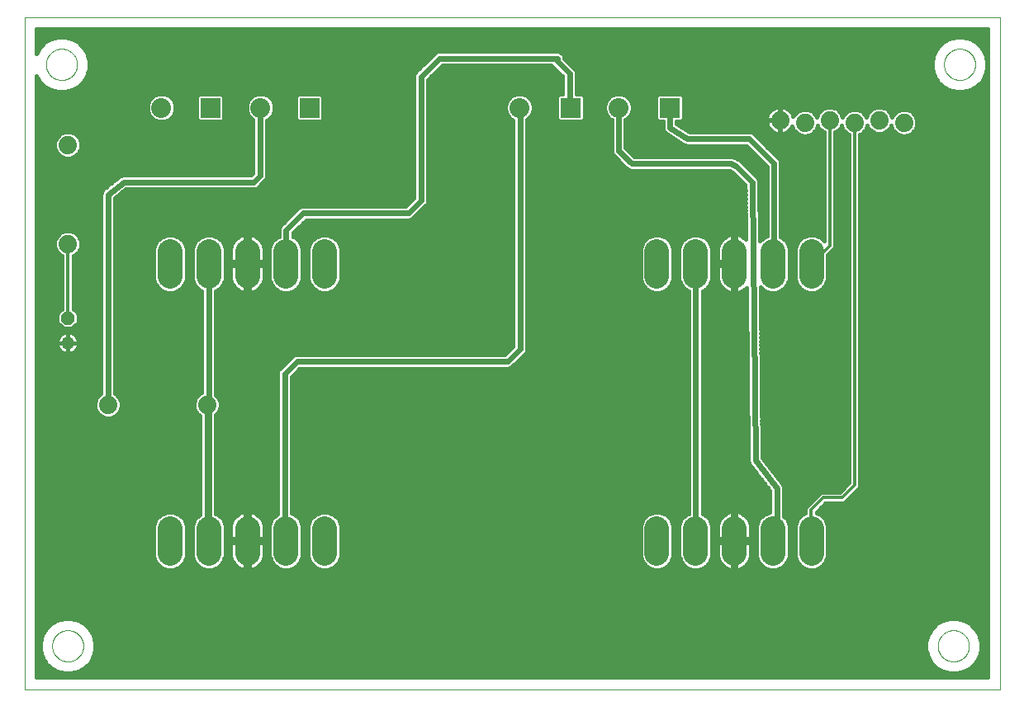
<source format=gtl>
G75*
%MOIN*%
%OFA0B0*%
%FSLAX25Y25*%
%IPPOS*%
%LPD*%
%AMOC8*
5,1,8,0,0,1.08239X$1,22.5*
%
%ADD10C,0.00000*%
%ADD11C,0.05200*%
%ADD12OC8,0.05200*%
%ADD13C,0.10039*%
%ADD14C,0.07400*%
%ADD15R,0.08000X0.08000*%
%ADD16C,0.08000*%
%ADD17C,0.01600*%
%ADD18C,0.02400*%
%ADD19C,0.01200*%
D10*
X0001800Y0001800D02*
X0001800Y0273454D01*
X0395501Y0273454D01*
X0395501Y0001800D01*
X0001800Y0001800D01*
X0013001Y0019300D02*
X0013003Y0019458D01*
X0013009Y0019616D01*
X0013019Y0019774D01*
X0013033Y0019932D01*
X0013051Y0020089D01*
X0013072Y0020246D01*
X0013098Y0020402D01*
X0013128Y0020558D01*
X0013161Y0020713D01*
X0013199Y0020866D01*
X0013240Y0021019D01*
X0013285Y0021171D01*
X0013334Y0021322D01*
X0013387Y0021471D01*
X0013443Y0021619D01*
X0013503Y0021765D01*
X0013567Y0021910D01*
X0013635Y0022053D01*
X0013706Y0022195D01*
X0013780Y0022335D01*
X0013858Y0022472D01*
X0013940Y0022608D01*
X0014024Y0022742D01*
X0014113Y0022873D01*
X0014204Y0023002D01*
X0014299Y0023129D01*
X0014396Y0023254D01*
X0014497Y0023376D01*
X0014601Y0023495D01*
X0014708Y0023612D01*
X0014818Y0023726D01*
X0014931Y0023837D01*
X0015046Y0023946D01*
X0015164Y0024051D01*
X0015285Y0024153D01*
X0015408Y0024253D01*
X0015534Y0024349D01*
X0015662Y0024442D01*
X0015792Y0024532D01*
X0015925Y0024618D01*
X0016060Y0024702D01*
X0016196Y0024781D01*
X0016335Y0024858D01*
X0016476Y0024930D01*
X0016618Y0025000D01*
X0016762Y0025065D01*
X0016908Y0025127D01*
X0017055Y0025185D01*
X0017204Y0025240D01*
X0017354Y0025291D01*
X0017505Y0025338D01*
X0017657Y0025381D01*
X0017810Y0025420D01*
X0017965Y0025456D01*
X0018120Y0025487D01*
X0018276Y0025515D01*
X0018432Y0025539D01*
X0018589Y0025559D01*
X0018747Y0025575D01*
X0018904Y0025587D01*
X0019063Y0025595D01*
X0019221Y0025599D01*
X0019379Y0025599D01*
X0019537Y0025595D01*
X0019696Y0025587D01*
X0019853Y0025575D01*
X0020011Y0025559D01*
X0020168Y0025539D01*
X0020324Y0025515D01*
X0020480Y0025487D01*
X0020635Y0025456D01*
X0020790Y0025420D01*
X0020943Y0025381D01*
X0021095Y0025338D01*
X0021246Y0025291D01*
X0021396Y0025240D01*
X0021545Y0025185D01*
X0021692Y0025127D01*
X0021838Y0025065D01*
X0021982Y0025000D01*
X0022124Y0024930D01*
X0022265Y0024858D01*
X0022404Y0024781D01*
X0022540Y0024702D01*
X0022675Y0024618D01*
X0022808Y0024532D01*
X0022938Y0024442D01*
X0023066Y0024349D01*
X0023192Y0024253D01*
X0023315Y0024153D01*
X0023436Y0024051D01*
X0023554Y0023946D01*
X0023669Y0023837D01*
X0023782Y0023726D01*
X0023892Y0023612D01*
X0023999Y0023495D01*
X0024103Y0023376D01*
X0024204Y0023254D01*
X0024301Y0023129D01*
X0024396Y0023002D01*
X0024487Y0022873D01*
X0024576Y0022742D01*
X0024660Y0022608D01*
X0024742Y0022472D01*
X0024820Y0022335D01*
X0024894Y0022195D01*
X0024965Y0022053D01*
X0025033Y0021910D01*
X0025097Y0021765D01*
X0025157Y0021619D01*
X0025213Y0021471D01*
X0025266Y0021322D01*
X0025315Y0021171D01*
X0025360Y0021019D01*
X0025401Y0020866D01*
X0025439Y0020713D01*
X0025472Y0020558D01*
X0025502Y0020402D01*
X0025528Y0020246D01*
X0025549Y0020089D01*
X0025567Y0019932D01*
X0025581Y0019774D01*
X0025591Y0019616D01*
X0025597Y0019458D01*
X0025599Y0019300D01*
X0025597Y0019142D01*
X0025591Y0018984D01*
X0025581Y0018826D01*
X0025567Y0018668D01*
X0025549Y0018511D01*
X0025528Y0018354D01*
X0025502Y0018198D01*
X0025472Y0018042D01*
X0025439Y0017887D01*
X0025401Y0017734D01*
X0025360Y0017581D01*
X0025315Y0017429D01*
X0025266Y0017278D01*
X0025213Y0017129D01*
X0025157Y0016981D01*
X0025097Y0016835D01*
X0025033Y0016690D01*
X0024965Y0016547D01*
X0024894Y0016405D01*
X0024820Y0016265D01*
X0024742Y0016128D01*
X0024660Y0015992D01*
X0024576Y0015858D01*
X0024487Y0015727D01*
X0024396Y0015598D01*
X0024301Y0015471D01*
X0024204Y0015346D01*
X0024103Y0015224D01*
X0023999Y0015105D01*
X0023892Y0014988D01*
X0023782Y0014874D01*
X0023669Y0014763D01*
X0023554Y0014654D01*
X0023436Y0014549D01*
X0023315Y0014447D01*
X0023192Y0014347D01*
X0023066Y0014251D01*
X0022938Y0014158D01*
X0022808Y0014068D01*
X0022675Y0013982D01*
X0022540Y0013898D01*
X0022404Y0013819D01*
X0022265Y0013742D01*
X0022124Y0013670D01*
X0021982Y0013600D01*
X0021838Y0013535D01*
X0021692Y0013473D01*
X0021545Y0013415D01*
X0021396Y0013360D01*
X0021246Y0013309D01*
X0021095Y0013262D01*
X0020943Y0013219D01*
X0020790Y0013180D01*
X0020635Y0013144D01*
X0020480Y0013113D01*
X0020324Y0013085D01*
X0020168Y0013061D01*
X0020011Y0013041D01*
X0019853Y0013025D01*
X0019696Y0013013D01*
X0019537Y0013005D01*
X0019379Y0013001D01*
X0019221Y0013001D01*
X0019063Y0013005D01*
X0018904Y0013013D01*
X0018747Y0013025D01*
X0018589Y0013041D01*
X0018432Y0013061D01*
X0018276Y0013085D01*
X0018120Y0013113D01*
X0017965Y0013144D01*
X0017810Y0013180D01*
X0017657Y0013219D01*
X0017505Y0013262D01*
X0017354Y0013309D01*
X0017204Y0013360D01*
X0017055Y0013415D01*
X0016908Y0013473D01*
X0016762Y0013535D01*
X0016618Y0013600D01*
X0016476Y0013670D01*
X0016335Y0013742D01*
X0016196Y0013819D01*
X0016060Y0013898D01*
X0015925Y0013982D01*
X0015792Y0014068D01*
X0015662Y0014158D01*
X0015534Y0014251D01*
X0015408Y0014347D01*
X0015285Y0014447D01*
X0015164Y0014549D01*
X0015046Y0014654D01*
X0014931Y0014763D01*
X0014818Y0014874D01*
X0014708Y0014988D01*
X0014601Y0015105D01*
X0014497Y0015224D01*
X0014396Y0015346D01*
X0014299Y0015471D01*
X0014204Y0015598D01*
X0014113Y0015727D01*
X0014024Y0015858D01*
X0013940Y0015992D01*
X0013858Y0016128D01*
X0013780Y0016265D01*
X0013706Y0016405D01*
X0013635Y0016547D01*
X0013567Y0016690D01*
X0013503Y0016835D01*
X0013443Y0016981D01*
X0013387Y0017129D01*
X0013334Y0017278D01*
X0013285Y0017429D01*
X0013240Y0017581D01*
X0013199Y0017734D01*
X0013161Y0017887D01*
X0013128Y0018042D01*
X0013098Y0018198D01*
X0013072Y0018354D01*
X0013051Y0018511D01*
X0013033Y0018668D01*
X0013019Y0018826D01*
X0013009Y0018984D01*
X0013003Y0019142D01*
X0013001Y0019300D01*
X0010501Y0254300D02*
X0010503Y0254458D01*
X0010509Y0254616D01*
X0010519Y0254774D01*
X0010533Y0254932D01*
X0010551Y0255089D01*
X0010572Y0255246D01*
X0010598Y0255402D01*
X0010628Y0255558D01*
X0010661Y0255713D01*
X0010699Y0255866D01*
X0010740Y0256019D01*
X0010785Y0256171D01*
X0010834Y0256322D01*
X0010887Y0256471D01*
X0010943Y0256619D01*
X0011003Y0256765D01*
X0011067Y0256910D01*
X0011135Y0257053D01*
X0011206Y0257195D01*
X0011280Y0257335D01*
X0011358Y0257472D01*
X0011440Y0257608D01*
X0011524Y0257742D01*
X0011613Y0257873D01*
X0011704Y0258002D01*
X0011799Y0258129D01*
X0011896Y0258254D01*
X0011997Y0258376D01*
X0012101Y0258495D01*
X0012208Y0258612D01*
X0012318Y0258726D01*
X0012431Y0258837D01*
X0012546Y0258946D01*
X0012664Y0259051D01*
X0012785Y0259153D01*
X0012908Y0259253D01*
X0013034Y0259349D01*
X0013162Y0259442D01*
X0013292Y0259532D01*
X0013425Y0259618D01*
X0013560Y0259702D01*
X0013696Y0259781D01*
X0013835Y0259858D01*
X0013976Y0259930D01*
X0014118Y0260000D01*
X0014262Y0260065D01*
X0014408Y0260127D01*
X0014555Y0260185D01*
X0014704Y0260240D01*
X0014854Y0260291D01*
X0015005Y0260338D01*
X0015157Y0260381D01*
X0015310Y0260420D01*
X0015465Y0260456D01*
X0015620Y0260487D01*
X0015776Y0260515D01*
X0015932Y0260539D01*
X0016089Y0260559D01*
X0016247Y0260575D01*
X0016404Y0260587D01*
X0016563Y0260595D01*
X0016721Y0260599D01*
X0016879Y0260599D01*
X0017037Y0260595D01*
X0017196Y0260587D01*
X0017353Y0260575D01*
X0017511Y0260559D01*
X0017668Y0260539D01*
X0017824Y0260515D01*
X0017980Y0260487D01*
X0018135Y0260456D01*
X0018290Y0260420D01*
X0018443Y0260381D01*
X0018595Y0260338D01*
X0018746Y0260291D01*
X0018896Y0260240D01*
X0019045Y0260185D01*
X0019192Y0260127D01*
X0019338Y0260065D01*
X0019482Y0260000D01*
X0019624Y0259930D01*
X0019765Y0259858D01*
X0019904Y0259781D01*
X0020040Y0259702D01*
X0020175Y0259618D01*
X0020308Y0259532D01*
X0020438Y0259442D01*
X0020566Y0259349D01*
X0020692Y0259253D01*
X0020815Y0259153D01*
X0020936Y0259051D01*
X0021054Y0258946D01*
X0021169Y0258837D01*
X0021282Y0258726D01*
X0021392Y0258612D01*
X0021499Y0258495D01*
X0021603Y0258376D01*
X0021704Y0258254D01*
X0021801Y0258129D01*
X0021896Y0258002D01*
X0021987Y0257873D01*
X0022076Y0257742D01*
X0022160Y0257608D01*
X0022242Y0257472D01*
X0022320Y0257335D01*
X0022394Y0257195D01*
X0022465Y0257053D01*
X0022533Y0256910D01*
X0022597Y0256765D01*
X0022657Y0256619D01*
X0022713Y0256471D01*
X0022766Y0256322D01*
X0022815Y0256171D01*
X0022860Y0256019D01*
X0022901Y0255866D01*
X0022939Y0255713D01*
X0022972Y0255558D01*
X0023002Y0255402D01*
X0023028Y0255246D01*
X0023049Y0255089D01*
X0023067Y0254932D01*
X0023081Y0254774D01*
X0023091Y0254616D01*
X0023097Y0254458D01*
X0023099Y0254300D01*
X0023097Y0254142D01*
X0023091Y0253984D01*
X0023081Y0253826D01*
X0023067Y0253668D01*
X0023049Y0253511D01*
X0023028Y0253354D01*
X0023002Y0253198D01*
X0022972Y0253042D01*
X0022939Y0252887D01*
X0022901Y0252734D01*
X0022860Y0252581D01*
X0022815Y0252429D01*
X0022766Y0252278D01*
X0022713Y0252129D01*
X0022657Y0251981D01*
X0022597Y0251835D01*
X0022533Y0251690D01*
X0022465Y0251547D01*
X0022394Y0251405D01*
X0022320Y0251265D01*
X0022242Y0251128D01*
X0022160Y0250992D01*
X0022076Y0250858D01*
X0021987Y0250727D01*
X0021896Y0250598D01*
X0021801Y0250471D01*
X0021704Y0250346D01*
X0021603Y0250224D01*
X0021499Y0250105D01*
X0021392Y0249988D01*
X0021282Y0249874D01*
X0021169Y0249763D01*
X0021054Y0249654D01*
X0020936Y0249549D01*
X0020815Y0249447D01*
X0020692Y0249347D01*
X0020566Y0249251D01*
X0020438Y0249158D01*
X0020308Y0249068D01*
X0020175Y0248982D01*
X0020040Y0248898D01*
X0019904Y0248819D01*
X0019765Y0248742D01*
X0019624Y0248670D01*
X0019482Y0248600D01*
X0019338Y0248535D01*
X0019192Y0248473D01*
X0019045Y0248415D01*
X0018896Y0248360D01*
X0018746Y0248309D01*
X0018595Y0248262D01*
X0018443Y0248219D01*
X0018290Y0248180D01*
X0018135Y0248144D01*
X0017980Y0248113D01*
X0017824Y0248085D01*
X0017668Y0248061D01*
X0017511Y0248041D01*
X0017353Y0248025D01*
X0017196Y0248013D01*
X0017037Y0248005D01*
X0016879Y0248001D01*
X0016721Y0248001D01*
X0016563Y0248005D01*
X0016404Y0248013D01*
X0016247Y0248025D01*
X0016089Y0248041D01*
X0015932Y0248061D01*
X0015776Y0248085D01*
X0015620Y0248113D01*
X0015465Y0248144D01*
X0015310Y0248180D01*
X0015157Y0248219D01*
X0015005Y0248262D01*
X0014854Y0248309D01*
X0014704Y0248360D01*
X0014555Y0248415D01*
X0014408Y0248473D01*
X0014262Y0248535D01*
X0014118Y0248600D01*
X0013976Y0248670D01*
X0013835Y0248742D01*
X0013696Y0248819D01*
X0013560Y0248898D01*
X0013425Y0248982D01*
X0013292Y0249068D01*
X0013162Y0249158D01*
X0013034Y0249251D01*
X0012908Y0249347D01*
X0012785Y0249447D01*
X0012664Y0249549D01*
X0012546Y0249654D01*
X0012431Y0249763D01*
X0012318Y0249874D01*
X0012208Y0249988D01*
X0012101Y0250105D01*
X0011997Y0250224D01*
X0011896Y0250346D01*
X0011799Y0250471D01*
X0011704Y0250598D01*
X0011613Y0250727D01*
X0011524Y0250858D01*
X0011440Y0250992D01*
X0011358Y0251128D01*
X0011280Y0251265D01*
X0011206Y0251405D01*
X0011135Y0251547D01*
X0011067Y0251690D01*
X0011003Y0251835D01*
X0010943Y0251981D01*
X0010887Y0252129D01*
X0010834Y0252278D01*
X0010785Y0252429D01*
X0010740Y0252581D01*
X0010699Y0252734D01*
X0010661Y0252887D01*
X0010628Y0253042D01*
X0010598Y0253198D01*
X0010572Y0253354D01*
X0010551Y0253511D01*
X0010533Y0253668D01*
X0010519Y0253826D01*
X0010509Y0253984D01*
X0010503Y0254142D01*
X0010501Y0254300D01*
X0370501Y0019300D02*
X0370503Y0019458D01*
X0370509Y0019616D01*
X0370519Y0019774D01*
X0370533Y0019932D01*
X0370551Y0020089D01*
X0370572Y0020246D01*
X0370598Y0020402D01*
X0370628Y0020558D01*
X0370661Y0020713D01*
X0370699Y0020866D01*
X0370740Y0021019D01*
X0370785Y0021171D01*
X0370834Y0021322D01*
X0370887Y0021471D01*
X0370943Y0021619D01*
X0371003Y0021765D01*
X0371067Y0021910D01*
X0371135Y0022053D01*
X0371206Y0022195D01*
X0371280Y0022335D01*
X0371358Y0022472D01*
X0371440Y0022608D01*
X0371524Y0022742D01*
X0371613Y0022873D01*
X0371704Y0023002D01*
X0371799Y0023129D01*
X0371896Y0023254D01*
X0371997Y0023376D01*
X0372101Y0023495D01*
X0372208Y0023612D01*
X0372318Y0023726D01*
X0372431Y0023837D01*
X0372546Y0023946D01*
X0372664Y0024051D01*
X0372785Y0024153D01*
X0372908Y0024253D01*
X0373034Y0024349D01*
X0373162Y0024442D01*
X0373292Y0024532D01*
X0373425Y0024618D01*
X0373560Y0024702D01*
X0373696Y0024781D01*
X0373835Y0024858D01*
X0373976Y0024930D01*
X0374118Y0025000D01*
X0374262Y0025065D01*
X0374408Y0025127D01*
X0374555Y0025185D01*
X0374704Y0025240D01*
X0374854Y0025291D01*
X0375005Y0025338D01*
X0375157Y0025381D01*
X0375310Y0025420D01*
X0375465Y0025456D01*
X0375620Y0025487D01*
X0375776Y0025515D01*
X0375932Y0025539D01*
X0376089Y0025559D01*
X0376247Y0025575D01*
X0376404Y0025587D01*
X0376563Y0025595D01*
X0376721Y0025599D01*
X0376879Y0025599D01*
X0377037Y0025595D01*
X0377196Y0025587D01*
X0377353Y0025575D01*
X0377511Y0025559D01*
X0377668Y0025539D01*
X0377824Y0025515D01*
X0377980Y0025487D01*
X0378135Y0025456D01*
X0378290Y0025420D01*
X0378443Y0025381D01*
X0378595Y0025338D01*
X0378746Y0025291D01*
X0378896Y0025240D01*
X0379045Y0025185D01*
X0379192Y0025127D01*
X0379338Y0025065D01*
X0379482Y0025000D01*
X0379624Y0024930D01*
X0379765Y0024858D01*
X0379904Y0024781D01*
X0380040Y0024702D01*
X0380175Y0024618D01*
X0380308Y0024532D01*
X0380438Y0024442D01*
X0380566Y0024349D01*
X0380692Y0024253D01*
X0380815Y0024153D01*
X0380936Y0024051D01*
X0381054Y0023946D01*
X0381169Y0023837D01*
X0381282Y0023726D01*
X0381392Y0023612D01*
X0381499Y0023495D01*
X0381603Y0023376D01*
X0381704Y0023254D01*
X0381801Y0023129D01*
X0381896Y0023002D01*
X0381987Y0022873D01*
X0382076Y0022742D01*
X0382160Y0022608D01*
X0382242Y0022472D01*
X0382320Y0022335D01*
X0382394Y0022195D01*
X0382465Y0022053D01*
X0382533Y0021910D01*
X0382597Y0021765D01*
X0382657Y0021619D01*
X0382713Y0021471D01*
X0382766Y0021322D01*
X0382815Y0021171D01*
X0382860Y0021019D01*
X0382901Y0020866D01*
X0382939Y0020713D01*
X0382972Y0020558D01*
X0383002Y0020402D01*
X0383028Y0020246D01*
X0383049Y0020089D01*
X0383067Y0019932D01*
X0383081Y0019774D01*
X0383091Y0019616D01*
X0383097Y0019458D01*
X0383099Y0019300D01*
X0383097Y0019142D01*
X0383091Y0018984D01*
X0383081Y0018826D01*
X0383067Y0018668D01*
X0383049Y0018511D01*
X0383028Y0018354D01*
X0383002Y0018198D01*
X0382972Y0018042D01*
X0382939Y0017887D01*
X0382901Y0017734D01*
X0382860Y0017581D01*
X0382815Y0017429D01*
X0382766Y0017278D01*
X0382713Y0017129D01*
X0382657Y0016981D01*
X0382597Y0016835D01*
X0382533Y0016690D01*
X0382465Y0016547D01*
X0382394Y0016405D01*
X0382320Y0016265D01*
X0382242Y0016128D01*
X0382160Y0015992D01*
X0382076Y0015858D01*
X0381987Y0015727D01*
X0381896Y0015598D01*
X0381801Y0015471D01*
X0381704Y0015346D01*
X0381603Y0015224D01*
X0381499Y0015105D01*
X0381392Y0014988D01*
X0381282Y0014874D01*
X0381169Y0014763D01*
X0381054Y0014654D01*
X0380936Y0014549D01*
X0380815Y0014447D01*
X0380692Y0014347D01*
X0380566Y0014251D01*
X0380438Y0014158D01*
X0380308Y0014068D01*
X0380175Y0013982D01*
X0380040Y0013898D01*
X0379904Y0013819D01*
X0379765Y0013742D01*
X0379624Y0013670D01*
X0379482Y0013600D01*
X0379338Y0013535D01*
X0379192Y0013473D01*
X0379045Y0013415D01*
X0378896Y0013360D01*
X0378746Y0013309D01*
X0378595Y0013262D01*
X0378443Y0013219D01*
X0378290Y0013180D01*
X0378135Y0013144D01*
X0377980Y0013113D01*
X0377824Y0013085D01*
X0377668Y0013061D01*
X0377511Y0013041D01*
X0377353Y0013025D01*
X0377196Y0013013D01*
X0377037Y0013005D01*
X0376879Y0013001D01*
X0376721Y0013001D01*
X0376563Y0013005D01*
X0376404Y0013013D01*
X0376247Y0013025D01*
X0376089Y0013041D01*
X0375932Y0013061D01*
X0375776Y0013085D01*
X0375620Y0013113D01*
X0375465Y0013144D01*
X0375310Y0013180D01*
X0375157Y0013219D01*
X0375005Y0013262D01*
X0374854Y0013309D01*
X0374704Y0013360D01*
X0374555Y0013415D01*
X0374408Y0013473D01*
X0374262Y0013535D01*
X0374118Y0013600D01*
X0373976Y0013670D01*
X0373835Y0013742D01*
X0373696Y0013819D01*
X0373560Y0013898D01*
X0373425Y0013982D01*
X0373292Y0014068D01*
X0373162Y0014158D01*
X0373034Y0014251D01*
X0372908Y0014347D01*
X0372785Y0014447D01*
X0372664Y0014549D01*
X0372546Y0014654D01*
X0372431Y0014763D01*
X0372318Y0014874D01*
X0372208Y0014988D01*
X0372101Y0015105D01*
X0371997Y0015224D01*
X0371896Y0015346D01*
X0371799Y0015471D01*
X0371704Y0015598D01*
X0371613Y0015727D01*
X0371524Y0015858D01*
X0371440Y0015992D01*
X0371358Y0016128D01*
X0371280Y0016265D01*
X0371206Y0016405D01*
X0371135Y0016547D01*
X0371067Y0016690D01*
X0371003Y0016835D01*
X0370943Y0016981D01*
X0370887Y0017129D01*
X0370834Y0017278D01*
X0370785Y0017429D01*
X0370740Y0017581D01*
X0370699Y0017734D01*
X0370661Y0017887D01*
X0370628Y0018042D01*
X0370598Y0018198D01*
X0370572Y0018354D01*
X0370551Y0018511D01*
X0370533Y0018668D01*
X0370519Y0018826D01*
X0370509Y0018984D01*
X0370503Y0019142D01*
X0370501Y0019300D01*
X0373001Y0254300D02*
X0373003Y0254458D01*
X0373009Y0254616D01*
X0373019Y0254774D01*
X0373033Y0254932D01*
X0373051Y0255089D01*
X0373072Y0255246D01*
X0373098Y0255402D01*
X0373128Y0255558D01*
X0373161Y0255713D01*
X0373199Y0255866D01*
X0373240Y0256019D01*
X0373285Y0256171D01*
X0373334Y0256322D01*
X0373387Y0256471D01*
X0373443Y0256619D01*
X0373503Y0256765D01*
X0373567Y0256910D01*
X0373635Y0257053D01*
X0373706Y0257195D01*
X0373780Y0257335D01*
X0373858Y0257472D01*
X0373940Y0257608D01*
X0374024Y0257742D01*
X0374113Y0257873D01*
X0374204Y0258002D01*
X0374299Y0258129D01*
X0374396Y0258254D01*
X0374497Y0258376D01*
X0374601Y0258495D01*
X0374708Y0258612D01*
X0374818Y0258726D01*
X0374931Y0258837D01*
X0375046Y0258946D01*
X0375164Y0259051D01*
X0375285Y0259153D01*
X0375408Y0259253D01*
X0375534Y0259349D01*
X0375662Y0259442D01*
X0375792Y0259532D01*
X0375925Y0259618D01*
X0376060Y0259702D01*
X0376196Y0259781D01*
X0376335Y0259858D01*
X0376476Y0259930D01*
X0376618Y0260000D01*
X0376762Y0260065D01*
X0376908Y0260127D01*
X0377055Y0260185D01*
X0377204Y0260240D01*
X0377354Y0260291D01*
X0377505Y0260338D01*
X0377657Y0260381D01*
X0377810Y0260420D01*
X0377965Y0260456D01*
X0378120Y0260487D01*
X0378276Y0260515D01*
X0378432Y0260539D01*
X0378589Y0260559D01*
X0378747Y0260575D01*
X0378904Y0260587D01*
X0379063Y0260595D01*
X0379221Y0260599D01*
X0379379Y0260599D01*
X0379537Y0260595D01*
X0379696Y0260587D01*
X0379853Y0260575D01*
X0380011Y0260559D01*
X0380168Y0260539D01*
X0380324Y0260515D01*
X0380480Y0260487D01*
X0380635Y0260456D01*
X0380790Y0260420D01*
X0380943Y0260381D01*
X0381095Y0260338D01*
X0381246Y0260291D01*
X0381396Y0260240D01*
X0381545Y0260185D01*
X0381692Y0260127D01*
X0381838Y0260065D01*
X0381982Y0260000D01*
X0382124Y0259930D01*
X0382265Y0259858D01*
X0382404Y0259781D01*
X0382540Y0259702D01*
X0382675Y0259618D01*
X0382808Y0259532D01*
X0382938Y0259442D01*
X0383066Y0259349D01*
X0383192Y0259253D01*
X0383315Y0259153D01*
X0383436Y0259051D01*
X0383554Y0258946D01*
X0383669Y0258837D01*
X0383782Y0258726D01*
X0383892Y0258612D01*
X0383999Y0258495D01*
X0384103Y0258376D01*
X0384204Y0258254D01*
X0384301Y0258129D01*
X0384396Y0258002D01*
X0384487Y0257873D01*
X0384576Y0257742D01*
X0384660Y0257608D01*
X0384742Y0257472D01*
X0384820Y0257335D01*
X0384894Y0257195D01*
X0384965Y0257053D01*
X0385033Y0256910D01*
X0385097Y0256765D01*
X0385157Y0256619D01*
X0385213Y0256471D01*
X0385266Y0256322D01*
X0385315Y0256171D01*
X0385360Y0256019D01*
X0385401Y0255866D01*
X0385439Y0255713D01*
X0385472Y0255558D01*
X0385502Y0255402D01*
X0385528Y0255246D01*
X0385549Y0255089D01*
X0385567Y0254932D01*
X0385581Y0254774D01*
X0385591Y0254616D01*
X0385597Y0254458D01*
X0385599Y0254300D01*
X0385597Y0254142D01*
X0385591Y0253984D01*
X0385581Y0253826D01*
X0385567Y0253668D01*
X0385549Y0253511D01*
X0385528Y0253354D01*
X0385502Y0253198D01*
X0385472Y0253042D01*
X0385439Y0252887D01*
X0385401Y0252734D01*
X0385360Y0252581D01*
X0385315Y0252429D01*
X0385266Y0252278D01*
X0385213Y0252129D01*
X0385157Y0251981D01*
X0385097Y0251835D01*
X0385033Y0251690D01*
X0384965Y0251547D01*
X0384894Y0251405D01*
X0384820Y0251265D01*
X0384742Y0251128D01*
X0384660Y0250992D01*
X0384576Y0250858D01*
X0384487Y0250727D01*
X0384396Y0250598D01*
X0384301Y0250471D01*
X0384204Y0250346D01*
X0384103Y0250224D01*
X0383999Y0250105D01*
X0383892Y0249988D01*
X0383782Y0249874D01*
X0383669Y0249763D01*
X0383554Y0249654D01*
X0383436Y0249549D01*
X0383315Y0249447D01*
X0383192Y0249347D01*
X0383066Y0249251D01*
X0382938Y0249158D01*
X0382808Y0249068D01*
X0382675Y0248982D01*
X0382540Y0248898D01*
X0382404Y0248819D01*
X0382265Y0248742D01*
X0382124Y0248670D01*
X0381982Y0248600D01*
X0381838Y0248535D01*
X0381692Y0248473D01*
X0381545Y0248415D01*
X0381396Y0248360D01*
X0381246Y0248309D01*
X0381095Y0248262D01*
X0380943Y0248219D01*
X0380790Y0248180D01*
X0380635Y0248144D01*
X0380480Y0248113D01*
X0380324Y0248085D01*
X0380168Y0248061D01*
X0380011Y0248041D01*
X0379853Y0248025D01*
X0379696Y0248013D01*
X0379537Y0248005D01*
X0379379Y0248001D01*
X0379221Y0248001D01*
X0379063Y0248005D01*
X0378904Y0248013D01*
X0378747Y0248025D01*
X0378589Y0248041D01*
X0378432Y0248061D01*
X0378276Y0248085D01*
X0378120Y0248113D01*
X0377965Y0248144D01*
X0377810Y0248180D01*
X0377657Y0248219D01*
X0377505Y0248262D01*
X0377354Y0248309D01*
X0377204Y0248360D01*
X0377055Y0248415D01*
X0376908Y0248473D01*
X0376762Y0248535D01*
X0376618Y0248600D01*
X0376476Y0248670D01*
X0376335Y0248742D01*
X0376196Y0248819D01*
X0376060Y0248898D01*
X0375925Y0248982D01*
X0375792Y0249068D01*
X0375662Y0249158D01*
X0375534Y0249251D01*
X0375408Y0249347D01*
X0375285Y0249447D01*
X0375164Y0249549D01*
X0375046Y0249654D01*
X0374931Y0249763D01*
X0374818Y0249874D01*
X0374708Y0249988D01*
X0374601Y0250105D01*
X0374497Y0250224D01*
X0374396Y0250346D01*
X0374299Y0250471D01*
X0374204Y0250598D01*
X0374113Y0250727D01*
X0374024Y0250858D01*
X0373940Y0250992D01*
X0373858Y0251128D01*
X0373780Y0251265D01*
X0373706Y0251405D01*
X0373635Y0251547D01*
X0373567Y0251690D01*
X0373503Y0251835D01*
X0373443Y0251981D01*
X0373387Y0252129D01*
X0373334Y0252278D01*
X0373285Y0252429D01*
X0373240Y0252581D01*
X0373199Y0252734D01*
X0373161Y0252887D01*
X0373128Y0253042D01*
X0373098Y0253198D01*
X0373072Y0253354D01*
X0373051Y0253511D01*
X0373033Y0253668D01*
X0373019Y0253826D01*
X0373009Y0253984D01*
X0373003Y0254142D01*
X0373001Y0254300D01*
D11*
X0019300Y0141800D03*
D12*
X0019300Y0151800D03*
D13*
X0060619Y0168780D02*
X0060619Y0178820D01*
X0076209Y0178820D02*
X0076209Y0168780D01*
X0091800Y0168780D02*
X0091800Y0178820D01*
X0107391Y0178820D02*
X0107391Y0168780D01*
X0122981Y0168780D02*
X0122981Y0178820D01*
X0257119Y0178820D02*
X0257119Y0168780D01*
X0272709Y0168780D02*
X0272709Y0178820D01*
X0288300Y0178820D02*
X0288300Y0168780D01*
X0303891Y0168780D02*
X0303891Y0178820D01*
X0319481Y0178820D02*
X0319481Y0168780D01*
X0319481Y0066820D02*
X0319481Y0056780D01*
X0303891Y0056780D02*
X0303891Y0066820D01*
X0288300Y0066820D02*
X0288300Y0056780D01*
X0272709Y0056780D02*
X0272709Y0066820D01*
X0257119Y0066820D02*
X0257119Y0056780D01*
X0122981Y0056780D02*
X0122981Y0066820D01*
X0107391Y0066820D02*
X0107391Y0056780D01*
X0091800Y0056780D02*
X0091800Y0066820D01*
X0076209Y0066820D02*
X0076209Y0056780D01*
X0060619Y0056780D02*
X0060619Y0066820D01*
D14*
X0075550Y0116800D03*
X0035550Y0116800D03*
X0019300Y0181800D03*
X0019300Y0221800D03*
X0306800Y0231800D03*
X0316800Y0230800D03*
X0326800Y0231800D03*
X0336800Y0230800D03*
X0346800Y0231800D03*
X0356800Y0230800D03*
D15*
X0262300Y0236800D03*
X0222300Y0236800D03*
X0116800Y0236800D03*
X0076800Y0236800D03*
D16*
X0057115Y0236800D03*
X0097115Y0236800D03*
X0201615Y0236800D03*
X0241615Y0236800D03*
D17*
X0236015Y0236781D02*
X0227900Y0236781D01*
X0227900Y0235183D02*
X0236223Y0235183D01*
X0236015Y0235686D02*
X0236868Y0233628D01*
X0238443Y0232053D01*
X0238815Y0231898D01*
X0238815Y0218928D01*
X0239241Y0217899D01*
X0244426Y0212714D01*
X0245214Y0211926D01*
X0246243Y0211500D01*
X0286139Y0211500D01*
X0287641Y0210749D01*
X0292763Y0205627D01*
X0293006Y0183758D01*
X0292806Y0183958D01*
X0292097Y0184502D01*
X0291323Y0184949D01*
X0290497Y0185291D01*
X0289633Y0185523D01*
X0289100Y0185593D01*
X0289100Y0174600D01*
X0287500Y0174600D01*
X0287500Y0185593D01*
X0286967Y0185523D01*
X0286103Y0185291D01*
X0285277Y0184949D01*
X0284503Y0184502D01*
X0283794Y0183958D01*
X0283162Y0183326D01*
X0282617Y0182617D01*
X0282170Y0181842D01*
X0281828Y0181016D01*
X0281597Y0180153D01*
X0281480Y0179267D01*
X0281480Y0174600D01*
X0287500Y0174600D01*
X0287500Y0173000D01*
X0289100Y0173000D01*
X0289100Y0162007D01*
X0289633Y0162077D01*
X0290497Y0162309D01*
X0291323Y0162651D01*
X0292097Y0163098D01*
X0292806Y0163642D01*
X0293225Y0164061D01*
X0293998Y0094459D01*
X0293953Y0094095D01*
X0294004Y0093907D01*
X0294006Y0093712D01*
X0294151Y0093375D01*
X0294248Y0093021D01*
X0294368Y0092867D01*
X0294444Y0092688D01*
X0294706Y0092431D01*
X0302750Y0082089D01*
X0302750Y0073439D01*
X0302574Y0073439D01*
X0300141Y0072432D01*
X0298279Y0070569D01*
X0297271Y0068136D01*
X0297271Y0055464D01*
X0298279Y0053031D01*
X0300141Y0051168D01*
X0302574Y0050161D01*
X0305207Y0050161D01*
X0307640Y0051168D01*
X0309502Y0053031D01*
X0310510Y0055464D01*
X0310510Y0068136D01*
X0309502Y0070569D01*
X0308350Y0071722D01*
X0308350Y0082876D01*
X0308397Y0083255D01*
X0308350Y0083428D01*
X0308350Y0083607D01*
X0308204Y0083960D01*
X0308102Y0084329D01*
X0307992Y0084471D01*
X0307924Y0084636D01*
X0307653Y0084907D01*
X0299589Y0095274D01*
X0298820Y0164489D01*
X0300141Y0163168D01*
X0302574Y0162161D01*
X0305207Y0162161D01*
X0307640Y0163168D01*
X0309502Y0165031D01*
X0310510Y0167464D01*
X0310510Y0180136D01*
X0309502Y0182569D01*
X0307640Y0184432D01*
X0307100Y0184655D01*
X0307100Y0214857D01*
X0306674Y0215886D01*
X0305886Y0216674D01*
X0295886Y0226674D01*
X0294857Y0227100D01*
X0270122Y0227100D01*
X0265100Y0230329D01*
X0265100Y0231200D01*
X0266963Y0231200D01*
X0267900Y0232137D01*
X0267900Y0241463D01*
X0266963Y0242400D01*
X0257637Y0242400D01*
X0256700Y0241463D01*
X0256700Y0232137D01*
X0257637Y0231200D01*
X0259500Y0231200D01*
X0259500Y0229051D01*
X0259446Y0228749D01*
X0259500Y0228499D01*
X0259500Y0228243D01*
X0259617Y0227960D01*
X0259682Y0227661D01*
X0259828Y0227451D01*
X0259926Y0227214D01*
X0260143Y0226997D01*
X0260317Y0226746D01*
X0260533Y0226607D01*
X0260714Y0226426D01*
X0260997Y0226309D01*
X0267533Y0222107D01*
X0267714Y0221926D01*
X0267997Y0221809D01*
X0268254Y0221644D01*
X0268506Y0221598D01*
X0268743Y0221500D01*
X0269049Y0221500D01*
X0269351Y0221446D01*
X0269601Y0221500D01*
X0293140Y0221500D01*
X0301500Y0213140D01*
X0301500Y0184995D01*
X0300141Y0184432D01*
X0298616Y0182906D01*
X0298350Y0206816D01*
X0298350Y0207357D01*
X0298344Y0207372D01*
X0298344Y0207388D01*
X0298131Y0207886D01*
X0297924Y0208386D01*
X0297912Y0208397D01*
X0297906Y0208412D01*
X0297519Y0208791D01*
X0291350Y0214960D01*
X0291050Y0215305D01*
X0290959Y0215351D01*
X0290886Y0215424D01*
X0290463Y0215599D01*
X0288459Y0216601D01*
X0288386Y0216674D01*
X0287963Y0216849D01*
X0287554Y0217053D01*
X0287452Y0217061D01*
X0287357Y0217100D01*
X0286899Y0217100D01*
X0286443Y0217132D01*
X0286346Y0217100D01*
X0247960Y0217100D01*
X0244415Y0220645D01*
X0244415Y0231898D01*
X0244787Y0232053D01*
X0246362Y0233628D01*
X0247215Y0235686D01*
X0247215Y0237914D01*
X0246362Y0239972D01*
X0244787Y0241547D01*
X0242729Y0242400D01*
X0240501Y0242400D01*
X0238443Y0241547D01*
X0236868Y0239972D01*
X0236015Y0237914D01*
X0236015Y0235686D01*
X0236911Y0233584D02*
X0227900Y0233584D01*
X0227900Y0232137D02*
X0226963Y0231200D01*
X0217637Y0231200D01*
X0216700Y0232137D01*
X0216700Y0241463D01*
X0217637Y0242400D01*
X0219000Y0242400D01*
X0219000Y0249390D01*
X0214426Y0253964D01*
X0214411Y0254000D01*
X0170460Y0254000D01*
X0164600Y0248140D01*
X0164600Y0198743D01*
X0164174Y0197714D01*
X0163386Y0196926D01*
X0163386Y0196926D01*
X0158386Y0191926D01*
X0157357Y0191500D01*
X0115460Y0191500D01*
X0110191Y0186231D01*
X0110191Y0184825D01*
X0111140Y0184432D01*
X0113002Y0182569D01*
X0114010Y0180136D01*
X0114010Y0167464D01*
X0113002Y0165031D01*
X0111140Y0163168D01*
X0108707Y0162161D01*
X0106074Y0162161D01*
X0103641Y0163168D01*
X0101779Y0165031D01*
X0100771Y0167464D01*
X0100771Y0180136D01*
X0101779Y0182569D01*
X0103641Y0184432D01*
X0104591Y0184825D01*
X0104591Y0187948D01*
X0105017Y0188977D01*
X0112714Y0196674D01*
X0113743Y0197100D01*
X0155640Y0197100D01*
X0159000Y0200460D01*
X0159000Y0249857D01*
X0159426Y0250886D01*
X0166926Y0258386D01*
X0167714Y0259174D01*
X0168743Y0259600D01*
X0217357Y0259600D01*
X0218386Y0259174D01*
X0219174Y0258386D01*
X0219600Y0257357D01*
X0219600Y0256710D01*
X0223386Y0252924D01*
X0224174Y0252136D01*
X0224600Y0251107D01*
X0224600Y0242400D01*
X0226963Y0242400D01*
X0227900Y0241463D01*
X0227900Y0232137D01*
X0227748Y0231986D02*
X0238604Y0231986D01*
X0238815Y0230387D02*
X0204600Y0230387D01*
X0204600Y0231975D02*
X0204787Y0232053D01*
X0206362Y0233628D01*
X0207215Y0235686D01*
X0207215Y0237914D01*
X0206362Y0239972D01*
X0204787Y0241547D01*
X0202729Y0242400D01*
X0200501Y0242400D01*
X0198443Y0241547D01*
X0196868Y0239972D01*
X0196015Y0237914D01*
X0196015Y0235686D01*
X0196868Y0233628D01*
X0198443Y0232053D01*
X0199000Y0231822D01*
X0199000Y0140460D01*
X0195640Y0137100D01*
X0111243Y0137100D01*
X0110214Y0136674D01*
X0105214Y0131674D01*
X0104426Y0130886D01*
X0104000Y0129857D01*
X0104000Y0072580D01*
X0103641Y0072432D01*
X0101779Y0070569D01*
X0100771Y0068136D01*
X0100771Y0055464D01*
X0101779Y0053031D01*
X0103641Y0051168D01*
X0106074Y0050161D01*
X0108707Y0050161D01*
X0111140Y0051168D01*
X0113002Y0053031D01*
X0114010Y0055464D01*
X0114010Y0068136D01*
X0113002Y0070569D01*
X0111140Y0072432D01*
X0109600Y0073070D01*
X0109600Y0128140D01*
X0112960Y0131500D01*
X0197357Y0131500D01*
X0198386Y0131926D01*
X0199174Y0132714D01*
X0204174Y0137714D01*
X0204600Y0138743D01*
X0204600Y0231975D01*
X0204626Y0231986D02*
X0216852Y0231986D01*
X0216700Y0233584D02*
X0206319Y0233584D01*
X0207006Y0235183D02*
X0216700Y0235183D01*
X0216700Y0236781D02*
X0207215Y0236781D01*
X0207022Y0238380D02*
X0216700Y0238380D01*
X0216700Y0239978D02*
X0206356Y0239978D01*
X0204716Y0241577D02*
X0216814Y0241577D01*
X0219000Y0243175D02*
X0164600Y0243175D01*
X0164600Y0241577D02*
X0198513Y0241577D01*
X0196874Y0239978D02*
X0164600Y0239978D01*
X0164600Y0238380D02*
X0196208Y0238380D01*
X0196015Y0236781D02*
X0164600Y0236781D01*
X0164600Y0235183D02*
X0196223Y0235183D01*
X0196911Y0233584D02*
X0164600Y0233584D01*
X0164600Y0231986D02*
X0198604Y0231986D01*
X0199000Y0230387D02*
X0164600Y0230387D01*
X0164600Y0228789D02*
X0199000Y0228789D01*
X0199000Y0227190D02*
X0164600Y0227190D01*
X0164600Y0225592D02*
X0199000Y0225592D01*
X0199000Y0223993D02*
X0164600Y0223993D01*
X0164600Y0222395D02*
X0199000Y0222395D01*
X0199000Y0220796D02*
X0164600Y0220796D01*
X0164600Y0219198D02*
X0199000Y0219198D01*
X0199000Y0217599D02*
X0164600Y0217599D01*
X0164600Y0216001D02*
X0199000Y0216001D01*
X0199000Y0214402D02*
X0164600Y0214402D01*
X0164600Y0212803D02*
X0199000Y0212803D01*
X0199000Y0211205D02*
X0164600Y0211205D01*
X0164600Y0209606D02*
X0199000Y0209606D01*
X0199000Y0208008D02*
X0164600Y0208008D01*
X0164600Y0206409D02*
X0199000Y0206409D01*
X0199000Y0204811D02*
X0164600Y0204811D01*
X0164600Y0203212D02*
X0199000Y0203212D01*
X0199000Y0201614D02*
X0164600Y0201614D01*
X0164600Y0200015D02*
X0199000Y0200015D01*
X0199000Y0198417D02*
X0164465Y0198417D01*
X0163278Y0196818D02*
X0199000Y0196818D01*
X0199000Y0195220D02*
X0161680Y0195220D01*
X0160081Y0193621D02*
X0199000Y0193621D01*
X0199000Y0192023D02*
X0158483Y0192023D01*
X0156957Y0198417D02*
X0038350Y0198417D01*
X0038350Y0200015D02*
X0158556Y0200015D01*
X0159000Y0201614D02*
X0039800Y0201614D01*
X0038350Y0200454D02*
X0042782Y0204000D01*
X0094857Y0204000D01*
X0095886Y0204426D01*
X0098386Y0206926D01*
X0099174Y0207714D01*
X0099600Y0208743D01*
X0099600Y0231768D01*
X0100287Y0232053D01*
X0101862Y0233628D01*
X0102715Y0235686D01*
X0102715Y0237914D01*
X0101862Y0239972D01*
X0100287Y0241547D01*
X0098229Y0242400D01*
X0096001Y0242400D01*
X0093943Y0241547D01*
X0092368Y0239972D01*
X0091515Y0237914D01*
X0091515Y0235686D01*
X0092368Y0233628D01*
X0093943Y0232053D01*
X0094000Y0232029D01*
X0094000Y0210460D01*
X0093140Y0209600D01*
X0041955Y0209600D01*
X0041556Y0209644D01*
X0041402Y0209600D01*
X0041243Y0209600D01*
X0040872Y0209446D01*
X0040486Y0209334D01*
X0040361Y0209235D01*
X0040214Y0209174D01*
X0039930Y0208890D01*
X0034111Y0204235D01*
X0033964Y0204174D01*
X0033680Y0203889D01*
X0033366Y0203638D01*
X0033289Y0203499D01*
X0033176Y0203386D01*
X0033022Y0203015D01*
X0032829Y0202663D01*
X0032811Y0202504D01*
X0032750Y0202357D01*
X0032750Y0201955D01*
X0032706Y0201556D01*
X0032750Y0201403D01*
X0032750Y0121377D01*
X0032548Y0121293D01*
X0031057Y0119802D01*
X0030250Y0117854D01*
X0030250Y0115746D01*
X0031057Y0113798D01*
X0032548Y0112307D01*
X0034496Y0111500D01*
X0036604Y0111500D01*
X0038552Y0112307D01*
X0040043Y0113798D01*
X0040850Y0115746D01*
X0040850Y0117854D01*
X0040043Y0119802D01*
X0038552Y0121293D01*
X0038350Y0121377D01*
X0038350Y0200454D01*
X0041798Y0203212D02*
X0159000Y0203212D01*
X0159000Y0204811D02*
X0096271Y0204811D01*
X0097869Y0206409D02*
X0159000Y0206409D01*
X0159000Y0208008D02*
X0099296Y0208008D01*
X0099600Y0209606D02*
X0159000Y0209606D01*
X0159000Y0211205D02*
X0099600Y0211205D01*
X0099600Y0212803D02*
X0159000Y0212803D01*
X0159000Y0214402D02*
X0099600Y0214402D01*
X0099600Y0216001D02*
X0159000Y0216001D01*
X0159000Y0217599D02*
X0099600Y0217599D01*
X0099600Y0219198D02*
X0159000Y0219198D01*
X0159000Y0220796D02*
X0099600Y0220796D01*
X0099600Y0222395D02*
X0159000Y0222395D01*
X0159000Y0223993D02*
X0099600Y0223993D01*
X0099600Y0225592D02*
X0159000Y0225592D01*
X0159000Y0227190D02*
X0099600Y0227190D01*
X0099600Y0228789D02*
X0159000Y0228789D01*
X0159000Y0230387D02*
X0099600Y0230387D01*
X0100126Y0231986D02*
X0111352Y0231986D01*
X0111200Y0232137D02*
X0112137Y0231200D01*
X0121463Y0231200D01*
X0122400Y0232137D01*
X0122400Y0241463D01*
X0121463Y0242400D01*
X0112137Y0242400D01*
X0111200Y0241463D01*
X0111200Y0232137D01*
X0111200Y0233584D02*
X0101819Y0233584D01*
X0102506Y0235183D02*
X0111200Y0235183D01*
X0111200Y0236781D02*
X0102715Y0236781D01*
X0102522Y0238380D02*
X0111200Y0238380D01*
X0111200Y0239978D02*
X0101856Y0239978D01*
X0100216Y0241577D02*
X0111314Y0241577D01*
X0122286Y0241577D02*
X0159000Y0241577D01*
X0159000Y0243175D02*
X0006600Y0243175D01*
X0006600Y0241577D02*
X0054013Y0241577D01*
X0053943Y0241547D02*
X0052368Y0239972D01*
X0051515Y0237914D01*
X0051515Y0235686D01*
X0052368Y0233628D01*
X0053943Y0232053D01*
X0056001Y0231200D01*
X0058229Y0231200D01*
X0060287Y0232053D01*
X0061862Y0233628D01*
X0062715Y0235686D01*
X0062715Y0237914D01*
X0061862Y0239972D01*
X0060287Y0241547D01*
X0058229Y0242400D01*
X0056001Y0242400D01*
X0053943Y0241547D01*
X0052374Y0239978D02*
X0006600Y0239978D01*
X0006600Y0238380D02*
X0051708Y0238380D01*
X0051515Y0236781D02*
X0006600Y0236781D01*
X0006600Y0235183D02*
X0051723Y0235183D01*
X0052411Y0233584D02*
X0006600Y0233584D01*
X0006600Y0231986D02*
X0054104Y0231986D01*
X0060126Y0231986D02*
X0071352Y0231986D01*
X0071200Y0232137D02*
X0072137Y0231200D01*
X0081463Y0231200D01*
X0082400Y0232137D01*
X0082400Y0241463D01*
X0081463Y0242400D01*
X0072137Y0242400D01*
X0071200Y0241463D01*
X0071200Y0232137D01*
X0071200Y0233584D02*
X0061819Y0233584D01*
X0062506Y0235183D02*
X0071200Y0235183D01*
X0071200Y0236781D02*
X0062715Y0236781D01*
X0062522Y0238380D02*
X0071200Y0238380D01*
X0071200Y0239978D02*
X0061856Y0239978D01*
X0060216Y0241577D02*
X0071314Y0241577D01*
X0082286Y0241577D02*
X0094013Y0241577D01*
X0092374Y0239978D02*
X0082400Y0239978D01*
X0082400Y0238380D02*
X0091708Y0238380D01*
X0091515Y0236781D02*
X0082400Y0236781D01*
X0082400Y0235183D02*
X0091723Y0235183D01*
X0092411Y0233584D02*
X0082400Y0233584D01*
X0082248Y0231986D02*
X0094000Y0231986D01*
X0094000Y0230387D02*
X0006600Y0230387D01*
X0006600Y0228789D02*
X0094000Y0228789D01*
X0094000Y0227190D02*
X0006600Y0227190D01*
X0006600Y0225592D02*
X0015596Y0225592D01*
X0016298Y0226293D02*
X0014807Y0224802D01*
X0014000Y0222854D01*
X0014000Y0220746D01*
X0014807Y0218798D01*
X0016298Y0217307D01*
X0018246Y0216500D01*
X0020354Y0216500D01*
X0022302Y0217307D01*
X0023793Y0218798D01*
X0024600Y0220746D01*
X0024600Y0222854D01*
X0023793Y0224802D01*
X0022302Y0226293D01*
X0020354Y0227100D01*
X0018246Y0227100D01*
X0016298Y0226293D01*
X0014472Y0223993D02*
X0006600Y0223993D01*
X0006600Y0222395D02*
X0014000Y0222395D01*
X0014000Y0220796D02*
X0006600Y0220796D01*
X0006600Y0219198D02*
X0014641Y0219198D01*
X0016006Y0217599D02*
X0006600Y0217599D01*
X0006600Y0216001D02*
X0094000Y0216001D01*
X0094000Y0217599D02*
X0022594Y0217599D01*
X0023959Y0219198D02*
X0094000Y0219198D01*
X0094000Y0220796D02*
X0024600Y0220796D01*
X0024600Y0222395D02*
X0094000Y0222395D01*
X0094000Y0223993D02*
X0024128Y0223993D01*
X0023004Y0225592D02*
X0094000Y0225592D01*
X0094000Y0214402D02*
X0006600Y0214402D01*
X0006600Y0212803D02*
X0094000Y0212803D01*
X0094000Y0211205D02*
X0006600Y0211205D01*
X0006600Y0209606D02*
X0041425Y0209606D01*
X0041897Y0209606D02*
X0093147Y0209606D01*
X0111260Y0195220D02*
X0038350Y0195220D01*
X0038350Y0196818D02*
X0113063Y0196818D01*
X0109662Y0193621D02*
X0038350Y0193621D01*
X0038350Y0192023D02*
X0108063Y0192023D01*
X0106465Y0190424D02*
X0038350Y0190424D01*
X0038350Y0188826D02*
X0104954Y0188826D01*
X0104591Y0187227D02*
X0038350Y0187227D01*
X0038350Y0185629D02*
X0104591Y0185629D01*
X0103240Y0184030D02*
X0096212Y0184030D01*
X0096306Y0183958D02*
X0095597Y0184502D01*
X0094823Y0184949D01*
X0093997Y0185291D01*
X0093133Y0185523D01*
X0092600Y0185593D01*
X0092600Y0174600D01*
X0098620Y0174600D01*
X0098620Y0179267D01*
X0098503Y0180153D01*
X0098272Y0181016D01*
X0097930Y0181842D01*
X0097483Y0182617D01*
X0096938Y0183326D01*
X0096306Y0183958D01*
X0097589Y0182432D02*
X0101722Y0182432D01*
X0101060Y0180833D02*
X0098321Y0180833D01*
X0098620Y0179235D02*
X0100771Y0179235D01*
X0100771Y0177636D02*
X0098620Y0177636D01*
X0098620Y0176038D02*
X0100771Y0176038D01*
X0100771Y0174439D02*
X0092600Y0174439D01*
X0092600Y0174600D02*
X0092600Y0173000D01*
X0098620Y0173000D01*
X0098620Y0168333D01*
X0098503Y0167447D01*
X0098272Y0166583D01*
X0097930Y0165758D01*
X0097483Y0164983D01*
X0096938Y0164274D01*
X0096306Y0163642D01*
X0095597Y0163098D01*
X0094823Y0162651D01*
X0093997Y0162309D01*
X0093133Y0162077D01*
X0092600Y0162007D01*
X0092600Y0173000D01*
X0091000Y0173000D01*
X0091000Y0162007D01*
X0090467Y0162077D01*
X0089603Y0162309D01*
X0088777Y0162651D01*
X0088003Y0163098D01*
X0087294Y0163642D01*
X0086662Y0164274D01*
X0086117Y0164983D01*
X0085670Y0165758D01*
X0085328Y0166583D01*
X0085097Y0167447D01*
X0084980Y0168333D01*
X0084980Y0173000D01*
X0091000Y0173000D01*
X0091000Y0174600D01*
X0091000Y0185593D01*
X0090467Y0185523D01*
X0089603Y0185291D01*
X0088777Y0184949D01*
X0088003Y0184502D01*
X0087294Y0183958D01*
X0086662Y0183326D01*
X0086117Y0182617D01*
X0085670Y0181842D01*
X0085328Y0181016D01*
X0085097Y0180153D01*
X0084980Y0179267D01*
X0084980Y0174600D01*
X0091000Y0174600D01*
X0092600Y0174600D01*
X0092600Y0176038D02*
X0091000Y0176038D01*
X0091000Y0177636D02*
X0092600Y0177636D01*
X0092600Y0179235D02*
X0091000Y0179235D01*
X0091000Y0180833D02*
X0092600Y0180833D01*
X0092600Y0182432D02*
X0091000Y0182432D01*
X0091000Y0184030D02*
X0092600Y0184030D01*
X0087388Y0184030D02*
X0080360Y0184030D01*
X0079959Y0184432D02*
X0077526Y0185439D01*
X0074893Y0185439D01*
X0072460Y0184432D01*
X0070598Y0182569D01*
X0069590Y0180136D01*
X0069590Y0167464D01*
X0070598Y0165031D01*
X0072460Y0163168D01*
X0073409Y0162775D01*
X0073409Y0121650D01*
X0072548Y0121293D01*
X0071057Y0119802D01*
X0070250Y0117854D01*
X0070250Y0115746D01*
X0071057Y0113798D01*
X0072548Y0112307D01*
X0072750Y0112223D01*
X0072750Y0072552D01*
X0072460Y0072432D01*
X0070598Y0070569D01*
X0069590Y0068136D01*
X0069590Y0055464D01*
X0070598Y0053031D01*
X0072460Y0051168D01*
X0074893Y0050161D01*
X0077526Y0050161D01*
X0079959Y0051168D01*
X0081821Y0053031D01*
X0082829Y0055464D01*
X0082829Y0068136D01*
X0081821Y0070569D01*
X0079959Y0072432D01*
X0079009Y0072825D01*
X0079009Y0112764D01*
X0080043Y0113798D01*
X0080850Y0115746D01*
X0080850Y0117854D01*
X0080043Y0119802D01*
X0079009Y0120836D01*
X0079009Y0162775D01*
X0079959Y0163168D01*
X0081821Y0165031D01*
X0082829Y0167464D01*
X0082829Y0180136D01*
X0081821Y0182569D01*
X0079959Y0184432D01*
X0081878Y0182432D02*
X0086011Y0182432D01*
X0085279Y0180833D02*
X0082540Y0180833D01*
X0082829Y0179235D02*
X0084980Y0179235D01*
X0084980Y0177636D02*
X0082829Y0177636D01*
X0082829Y0176038D02*
X0084980Y0176038D01*
X0082829Y0174439D02*
X0091000Y0174439D01*
X0091000Y0172841D02*
X0092600Y0172841D01*
X0092600Y0171242D02*
X0091000Y0171242D01*
X0091000Y0169644D02*
X0092600Y0169644D01*
X0092600Y0168045D02*
X0091000Y0168045D01*
X0091000Y0166447D02*
X0092600Y0166447D01*
X0092600Y0164848D02*
X0091000Y0164848D01*
X0091000Y0163250D02*
X0092600Y0163250D01*
X0095795Y0163250D02*
X0103560Y0163250D01*
X0101961Y0164848D02*
X0097379Y0164848D01*
X0098215Y0166447D02*
X0101192Y0166447D01*
X0100771Y0168045D02*
X0098582Y0168045D01*
X0098620Y0169644D02*
X0100771Y0169644D01*
X0100771Y0171242D02*
X0098620Y0171242D01*
X0098620Y0172841D02*
X0100771Y0172841D01*
X0114010Y0172841D02*
X0116361Y0172841D01*
X0116361Y0174439D02*
X0114010Y0174439D01*
X0114010Y0176038D02*
X0116361Y0176038D01*
X0116361Y0177636D02*
X0114010Y0177636D01*
X0114010Y0179235D02*
X0116361Y0179235D01*
X0116361Y0180136D02*
X0117369Y0182569D01*
X0119231Y0184432D01*
X0121664Y0185439D01*
X0124298Y0185439D01*
X0126731Y0184432D01*
X0128593Y0182569D01*
X0129601Y0180136D01*
X0129601Y0167464D01*
X0128593Y0165031D01*
X0126731Y0163168D01*
X0124298Y0162161D01*
X0121664Y0162161D01*
X0119231Y0163168D01*
X0117369Y0165031D01*
X0116361Y0167464D01*
X0116361Y0180136D01*
X0116650Y0180833D02*
X0113722Y0180833D01*
X0113059Y0182432D02*
X0117312Y0182432D01*
X0118830Y0184030D02*
X0111542Y0184030D01*
X0110191Y0185629D02*
X0199000Y0185629D01*
X0199000Y0187227D02*
X0111187Y0187227D01*
X0112786Y0188826D02*
X0199000Y0188826D01*
X0199000Y0190424D02*
X0114384Y0190424D01*
X0127132Y0184030D02*
X0199000Y0184030D01*
X0199000Y0182432D02*
X0128650Y0182432D01*
X0129312Y0180833D02*
X0199000Y0180833D01*
X0199000Y0179235D02*
X0129601Y0179235D01*
X0129601Y0177636D02*
X0199000Y0177636D01*
X0199000Y0176038D02*
X0129601Y0176038D01*
X0129601Y0174439D02*
X0199000Y0174439D01*
X0199000Y0172841D02*
X0129601Y0172841D01*
X0129601Y0171242D02*
X0199000Y0171242D01*
X0199000Y0169644D02*
X0129601Y0169644D01*
X0129601Y0168045D02*
X0199000Y0168045D01*
X0199000Y0166447D02*
X0129180Y0166447D01*
X0128411Y0164848D02*
X0199000Y0164848D01*
X0199000Y0163250D02*
X0126812Y0163250D01*
X0119150Y0163250D02*
X0111222Y0163250D01*
X0112820Y0164848D02*
X0117552Y0164848D01*
X0116783Y0166447D02*
X0113589Y0166447D01*
X0114010Y0168045D02*
X0116361Y0168045D01*
X0116361Y0169644D02*
X0114010Y0169644D01*
X0114010Y0171242D02*
X0116361Y0171242D01*
X0087805Y0163250D02*
X0080040Y0163250D01*
X0079009Y0161651D02*
X0199000Y0161651D01*
X0199000Y0160053D02*
X0079009Y0160053D01*
X0079009Y0158454D02*
X0199000Y0158454D01*
X0199000Y0156856D02*
X0079009Y0156856D01*
X0079009Y0155257D02*
X0199000Y0155257D01*
X0199000Y0153659D02*
X0079009Y0153659D01*
X0079009Y0152060D02*
X0199000Y0152060D01*
X0199000Y0150462D02*
X0079009Y0150462D01*
X0079009Y0148863D02*
X0199000Y0148863D01*
X0199000Y0147265D02*
X0079009Y0147265D01*
X0079009Y0145666D02*
X0199000Y0145666D01*
X0199000Y0144068D02*
X0079009Y0144068D01*
X0079009Y0142469D02*
X0199000Y0142469D01*
X0199000Y0140870D02*
X0079009Y0140870D01*
X0079009Y0139272D02*
X0197812Y0139272D01*
X0196214Y0137673D02*
X0079009Y0137673D01*
X0079009Y0136075D02*
X0109615Y0136075D01*
X0108017Y0134476D02*
X0079009Y0134476D01*
X0079009Y0132878D02*
X0106418Y0132878D01*
X0104820Y0131279D02*
X0079009Y0131279D01*
X0079009Y0129681D02*
X0104000Y0129681D01*
X0104000Y0128082D02*
X0079009Y0128082D01*
X0079009Y0126484D02*
X0104000Y0126484D01*
X0104000Y0124885D02*
X0079009Y0124885D01*
X0079009Y0123287D02*
X0104000Y0123287D01*
X0104000Y0121688D02*
X0079009Y0121688D01*
X0079755Y0120090D02*
X0104000Y0120090D01*
X0104000Y0118491D02*
X0080586Y0118491D01*
X0080850Y0116893D02*
X0104000Y0116893D01*
X0104000Y0115294D02*
X0080663Y0115294D01*
X0079941Y0113696D02*
X0104000Y0113696D01*
X0104000Y0112097D02*
X0079009Y0112097D01*
X0079009Y0110499D02*
X0104000Y0110499D01*
X0104000Y0108900D02*
X0079009Y0108900D01*
X0079009Y0107302D02*
X0104000Y0107302D01*
X0104000Y0105703D02*
X0079009Y0105703D01*
X0079009Y0104105D02*
X0104000Y0104105D01*
X0104000Y0102506D02*
X0079009Y0102506D01*
X0079009Y0100908D02*
X0104000Y0100908D01*
X0104000Y0099309D02*
X0079009Y0099309D01*
X0079009Y0097711D02*
X0104000Y0097711D01*
X0104000Y0096112D02*
X0079009Y0096112D01*
X0079009Y0094514D02*
X0104000Y0094514D01*
X0104000Y0092915D02*
X0079009Y0092915D01*
X0079009Y0091317D02*
X0104000Y0091317D01*
X0104000Y0089718D02*
X0079009Y0089718D01*
X0079009Y0088120D02*
X0104000Y0088120D01*
X0104000Y0086521D02*
X0079009Y0086521D01*
X0079009Y0084923D02*
X0104000Y0084923D01*
X0104000Y0083324D02*
X0079009Y0083324D01*
X0079009Y0081726D02*
X0104000Y0081726D01*
X0104000Y0080127D02*
X0079009Y0080127D01*
X0079009Y0078529D02*
X0104000Y0078529D01*
X0104000Y0076930D02*
X0079009Y0076930D01*
X0079009Y0075332D02*
X0104000Y0075332D01*
X0104000Y0073733D02*
X0079009Y0073733D01*
X0080256Y0072134D02*
X0087524Y0072134D01*
X0087294Y0071958D02*
X0086662Y0071326D01*
X0086117Y0070617D01*
X0085670Y0069842D01*
X0085328Y0069016D01*
X0085097Y0068153D01*
X0084980Y0067267D01*
X0084980Y0062600D01*
X0091000Y0062600D01*
X0091000Y0073593D01*
X0090467Y0073523D01*
X0089603Y0073291D01*
X0088777Y0072949D01*
X0088003Y0072502D01*
X0087294Y0071958D01*
X0086071Y0070536D02*
X0081835Y0070536D01*
X0082497Y0068937D02*
X0085307Y0068937D01*
X0084990Y0067339D02*
X0082829Y0067339D01*
X0082829Y0065740D02*
X0084980Y0065740D01*
X0084980Y0064142D02*
X0082829Y0064142D01*
X0082829Y0062543D02*
X0091000Y0062543D01*
X0091000Y0062600D02*
X0091000Y0061000D01*
X0092600Y0061000D01*
X0092600Y0062600D01*
X0098620Y0062600D01*
X0098620Y0067267D01*
X0098503Y0068153D01*
X0098272Y0069016D01*
X0097930Y0069842D01*
X0097483Y0070617D01*
X0096938Y0071326D01*
X0096306Y0071958D01*
X0095597Y0072502D01*
X0094823Y0072949D01*
X0093997Y0073291D01*
X0093133Y0073523D01*
X0092600Y0073593D01*
X0092600Y0062600D01*
X0091000Y0062600D01*
X0091000Y0064142D02*
X0092600Y0064142D01*
X0092600Y0065740D02*
X0091000Y0065740D01*
X0091000Y0067339D02*
X0092600Y0067339D01*
X0092600Y0068937D02*
X0091000Y0068937D01*
X0091000Y0070536D02*
X0092600Y0070536D01*
X0092600Y0072134D02*
X0091000Y0072134D01*
X0096076Y0072134D02*
X0103344Y0072134D01*
X0101765Y0070536D02*
X0097529Y0070536D01*
X0098293Y0068937D02*
X0101103Y0068937D01*
X0100771Y0067339D02*
X0098610Y0067339D01*
X0098620Y0065740D02*
X0100771Y0065740D01*
X0100771Y0064142D02*
X0098620Y0064142D01*
X0100771Y0062543D02*
X0092600Y0062543D01*
X0092600Y0061000D02*
X0098620Y0061000D01*
X0098620Y0056333D01*
X0098503Y0055447D01*
X0098272Y0054583D01*
X0097930Y0053758D01*
X0097483Y0052983D01*
X0096938Y0052274D01*
X0096306Y0051642D01*
X0095597Y0051098D01*
X0094823Y0050651D01*
X0093997Y0050309D01*
X0093133Y0050077D01*
X0092600Y0050007D01*
X0092600Y0061000D01*
X0092600Y0060945D02*
X0091000Y0060945D01*
X0091000Y0061000D02*
X0091000Y0050007D01*
X0090467Y0050077D01*
X0089603Y0050309D01*
X0088777Y0050651D01*
X0088003Y0051098D01*
X0087294Y0051642D01*
X0086662Y0052274D01*
X0086117Y0052983D01*
X0085670Y0053758D01*
X0085328Y0054583D01*
X0085097Y0055447D01*
X0084980Y0056333D01*
X0084980Y0061000D01*
X0091000Y0061000D01*
X0091000Y0059346D02*
X0092600Y0059346D01*
X0092600Y0057748D02*
X0091000Y0057748D01*
X0091000Y0056149D02*
X0092600Y0056149D01*
X0092600Y0054551D02*
X0091000Y0054551D01*
X0091000Y0052952D02*
X0092600Y0052952D01*
X0092600Y0051354D02*
X0091000Y0051354D01*
X0087669Y0051354D02*
X0080145Y0051354D01*
X0081743Y0052952D02*
X0086141Y0052952D01*
X0085342Y0054551D02*
X0082451Y0054551D01*
X0082829Y0056149D02*
X0085005Y0056149D01*
X0084980Y0057748D02*
X0082829Y0057748D01*
X0082829Y0059346D02*
X0084980Y0059346D01*
X0084980Y0060945D02*
X0082829Y0060945D01*
X0069590Y0060945D02*
X0067239Y0060945D01*
X0067239Y0062543D02*
X0069590Y0062543D01*
X0069590Y0064142D02*
X0067239Y0064142D01*
X0067239Y0065740D02*
X0069590Y0065740D01*
X0069590Y0067339D02*
X0067239Y0067339D01*
X0067239Y0068136D02*
X0066231Y0070569D01*
X0064369Y0072432D01*
X0061936Y0073439D01*
X0059302Y0073439D01*
X0056869Y0072432D01*
X0055007Y0070569D01*
X0053999Y0068136D01*
X0053999Y0055464D01*
X0055007Y0053031D01*
X0056869Y0051168D01*
X0059302Y0050161D01*
X0061936Y0050161D01*
X0064369Y0051168D01*
X0066231Y0053031D01*
X0067239Y0055464D01*
X0067239Y0068136D01*
X0066907Y0068937D02*
X0069922Y0068937D01*
X0070584Y0070536D02*
X0066245Y0070536D01*
X0064666Y0072134D02*
X0072163Y0072134D01*
X0072750Y0073733D02*
X0006600Y0073733D01*
X0006600Y0072134D02*
X0056572Y0072134D01*
X0054993Y0070536D02*
X0006600Y0070536D01*
X0006600Y0068937D02*
X0054331Y0068937D01*
X0053999Y0067339D02*
X0006600Y0067339D01*
X0006600Y0065740D02*
X0053999Y0065740D01*
X0053999Y0064142D02*
X0006600Y0064142D01*
X0006600Y0062543D02*
X0053999Y0062543D01*
X0053999Y0060945D02*
X0006600Y0060945D01*
X0006600Y0059346D02*
X0053999Y0059346D01*
X0053999Y0057748D02*
X0006600Y0057748D01*
X0006600Y0056149D02*
X0053999Y0056149D01*
X0054377Y0054551D02*
X0006600Y0054551D01*
X0006600Y0052952D02*
X0055085Y0052952D01*
X0056684Y0051354D02*
X0006600Y0051354D01*
X0006600Y0049755D02*
X0390701Y0049755D01*
X0390701Y0048157D02*
X0006600Y0048157D01*
X0006600Y0046558D02*
X0390701Y0046558D01*
X0390701Y0044960D02*
X0006600Y0044960D01*
X0006600Y0043361D02*
X0390701Y0043361D01*
X0390701Y0041763D02*
X0006600Y0041763D01*
X0006600Y0040164D02*
X0390701Y0040164D01*
X0390701Y0038566D02*
X0006600Y0038566D01*
X0006600Y0036967D02*
X0390701Y0036967D01*
X0390701Y0035369D02*
X0006600Y0035369D01*
X0006600Y0033770D02*
X0390701Y0033770D01*
X0390701Y0032172D02*
X0006600Y0032172D01*
X0006600Y0030573D02*
X0390701Y0030573D01*
X0390701Y0028975D02*
X0382241Y0028975D01*
X0381084Y0029643D02*
X0378261Y0030399D01*
X0375339Y0030399D01*
X0372516Y0029643D01*
X0369985Y0028182D01*
X0367918Y0026115D01*
X0366457Y0023584D01*
X0365701Y0020761D01*
X0365701Y0017839D01*
X0366457Y0015016D01*
X0367918Y0012485D01*
X0369985Y0010418D01*
X0372516Y0008957D01*
X0375339Y0008201D01*
X0378261Y0008201D01*
X0381084Y0008957D01*
X0383615Y0010418D01*
X0385682Y0012485D01*
X0387143Y0015016D01*
X0387899Y0017839D01*
X0387899Y0020761D01*
X0387143Y0023584D01*
X0385682Y0026115D01*
X0383615Y0028182D01*
X0381084Y0029643D01*
X0384420Y0027376D02*
X0390701Y0027376D01*
X0390701Y0025778D02*
X0385876Y0025778D01*
X0386799Y0024179D02*
X0390701Y0024179D01*
X0390701Y0022581D02*
X0387412Y0022581D01*
X0387840Y0020982D02*
X0390701Y0020982D01*
X0390701Y0019384D02*
X0387899Y0019384D01*
X0387885Y0017785D02*
X0390701Y0017785D01*
X0390701Y0016187D02*
X0387456Y0016187D01*
X0386896Y0014588D02*
X0390701Y0014588D01*
X0390701Y0012990D02*
X0385973Y0012990D01*
X0384588Y0011391D02*
X0390701Y0011391D01*
X0390701Y0009793D02*
X0382531Y0009793D01*
X0371069Y0009793D02*
X0025031Y0009793D01*
X0026115Y0010418D02*
X0028182Y0012485D01*
X0029643Y0015016D01*
X0030399Y0017839D01*
X0030399Y0020761D01*
X0029643Y0023584D01*
X0028182Y0026115D01*
X0026115Y0028182D01*
X0023584Y0029643D01*
X0020761Y0030399D01*
X0017839Y0030399D01*
X0015016Y0029643D01*
X0012485Y0028182D01*
X0010418Y0026115D01*
X0008957Y0023584D01*
X0008201Y0020761D01*
X0008201Y0017839D01*
X0008957Y0015016D01*
X0010418Y0012485D01*
X0012485Y0010418D01*
X0015016Y0008957D01*
X0017839Y0008201D01*
X0020761Y0008201D01*
X0023584Y0008957D01*
X0026115Y0010418D01*
X0027088Y0011391D02*
X0369012Y0011391D01*
X0367627Y0012990D02*
X0028473Y0012990D01*
X0029396Y0014588D02*
X0366704Y0014588D01*
X0366143Y0016187D02*
X0029956Y0016187D01*
X0030385Y0017785D02*
X0365715Y0017785D01*
X0365701Y0019384D02*
X0030399Y0019384D01*
X0030340Y0020982D02*
X0365760Y0020982D01*
X0366188Y0022581D02*
X0029912Y0022581D01*
X0029299Y0024179D02*
X0366801Y0024179D01*
X0367724Y0025778D02*
X0028376Y0025778D01*
X0026920Y0027376D02*
X0369180Y0027376D01*
X0371359Y0028975D02*
X0024741Y0028975D01*
X0013859Y0028975D02*
X0006600Y0028975D01*
X0006600Y0027376D02*
X0011680Y0027376D01*
X0010224Y0025778D02*
X0006600Y0025778D01*
X0006600Y0024179D02*
X0009301Y0024179D01*
X0008688Y0022581D02*
X0006600Y0022581D01*
X0006600Y0020982D02*
X0008260Y0020982D01*
X0008201Y0019384D02*
X0006600Y0019384D01*
X0006600Y0017785D02*
X0008215Y0017785D01*
X0008643Y0016187D02*
X0006600Y0016187D01*
X0006600Y0014588D02*
X0009204Y0014588D01*
X0010127Y0012990D02*
X0006600Y0012990D01*
X0006600Y0011391D02*
X0011512Y0011391D01*
X0013569Y0009793D02*
X0006600Y0009793D01*
X0006600Y0008194D02*
X0390701Y0008194D01*
X0390701Y0006600D02*
X0390701Y0268654D01*
X0006600Y0268654D01*
X0006600Y0258831D01*
X0007918Y0261115D01*
X0009985Y0263182D01*
X0012516Y0264643D01*
X0015339Y0265399D01*
X0018261Y0265399D01*
X0021084Y0264643D01*
X0023615Y0263182D01*
X0025682Y0261115D01*
X0027143Y0258584D01*
X0027899Y0255761D01*
X0027899Y0252839D01*
X0027143Y0250016D01*
X0025682Y0247485D01*
X0023615Y0245418D01*
X0021084Y0243957D01*
X0018261Y0243201D01*
X0015339Y0243201D01*
X0012516Y0243957D01*
X0009985Y0245418D01*
X0007918Y0247485D01*
X0006600Y0249769D01*
X0006600Y0006600D01*
X0390701Y0006600D01*
X0390701Y0051354D02*
X0323416Y0051354D01*
X0323231Y0051168D02*
X0325093Y0053031D01*
X0326101Y0055464D01*
X0326101Y0068136D01*
X0325093Y0070569D01*
X0323231Y0072432D01*
X0321500Y0073149D01*
X0321500Y0073389D01*
X0325211Y0077100D01*
X0332711Y0077100D01*
X0334000Y0078389D01*
X0339000Y0083389D01*
X0339000Y0225975D01*
X0339802Y0226307D01*
X0341293Y0227798D01*
X0342007Y0229522D01*
X0342307Y0228798D01*
X0343798Y0227307D01*
X0345746Y0226500D01*
X0347854Y0226500D01*
X0349802Y0227307D01*
X0351293Y0228798D01*
X0351593Y0229522D01*
X0352307Y0227798D01*
X0353798Y0226307D01*
X0355746Y0225500D01*
X0357854Y0225500D01*
X0359802Y0226307D01*
X0361293Y0227798D01*
X0362100Y0229746D01*
X0362100Y0231854D01*
X0361293Y0233802D01*
X0359802Y0235293D01*
X0357854Y0236100D01*
X0355746Y0236100D01*
X0353798Y0235293D01*
X0352307Y0233802D01*
X0352007Y0233078D01*
X0351293Y0234802D01*
X0349802Y0236293D01*
X0347854Y0237100D01*
X0345746Y0237100D01*
X0343798Y0236293D01*
X0342307Y0234802D01*
X0341593Y0233078D01*
X0341293Y0233802D01*
X0339802Y0235293D01*
X0337854Y0236100D01*
X0335746Y0236100D01*
X0333798Y0235293D01*
X0332307Y0233802D01*
X0332007Y0233078D01*
X0331293Y0234802D01*
X0329802Y0236293D01*
X0327854Y0237100D01*
X0325746Y0237100D01*
X0323798Y0236293D01*
X0322307Y0234802D01*
X0321593Y0233078D01*
X0321293Y0233802D01*
X0319802Y0235293D01*
X0317854Y0236100D01*
X0315746Y0236100D01*
X0313798Y0235293D01*
X0312307Y0233802D01*
X0312097Y0233296D01*
X0311897Y0233911D01*
X0311504Y0234683D01*
X0310995Y0235383D01*
X0310383Y0235995D01*
X0309683Y0236504D01*
X0308911Y0236897D01*
X0308088Y0237165D01*
X0307233Y0237300D01*
X0307000Y0237300D01*
X0307000Y0232000D01*
X0306600Y0232000D01*
X0306600Y0237300D01*
X0306367Y0237300D01*
X0305512Y0237165D01*
X0304689Y0236897D01*
X0303917Y0236504D01*
X0303217Y0235995D01*
X0302605Y0235383D01*
X0302096Y0234683D01*
X0301703Y0233911D01*
X0301435Y0233088D01*
X0301300Y0232233D01*
X0301300Y0232000D01*
X0306600Y0232000D01*
X0306600Y0231600D01*
X0307000Y0231600D01*
X0307000Y0226300D01*
X0307233Y0226300D01*
X0308088Y0226435D01*
X0308911Y0226703D01*
X0309683Y0227096D01*
X0310383Y0227605D01*
X0310995Y0228217D01*
X0311504Y0228917D01*
X0311691Y0229284D01*
X0312307Y0227798D01*
X0313798Y0226307D01*
X0315746Y0225500D01*
X0317854Y0225500D01*
X0319802Y0226307D01*
X0321293Y0227798D01*
X0322007Y0229522D01*
X0322307Y0228798D01*
X0323798Y0227307D01*
X0324600Y0226975D01*
X0324600Y0183062D01*
X0323231Y0184432D01*
X0320798Y0185439D01*
X0318164Y0185439D01*
X0315731Y0184432D01*
X0313869Y0182569D01*
X0312861Y0180136D01*
X0312861Y0167464D01*
X0313869Y0165031D01*
X0315731Y0163168D01*
X0318164Y0162161D01*
X0320798Y0162161D01*
X0323231Y0163168D01*
X0325093Y0165031D01*
X0326101Y0167464D01*
X0326101Y0177308D01*
X0329000Y0180208D01*
X0329000Y0226975D01*
X0329802Y0227307D01*
X0331293Y0228798D01*
X0331593Y0229522D01*
X0332307Y0227798D01*
X0333798Y0226307D01*
X0334600Y0225975D01*
X0334600Y0085211D01*
X0330889Y0081500D01*
X0323389Y0081500D01*
X0318389Y0076500D01*
X0317100Y0075211D01*
X0317100Y0072998D01*
X0315731Y0072432D01*
X0313869Y0070569D01*
X0312861Y0068136D01*
X0312861Y0055464D01*
X0313869Y0053031D01*
X0315731Y0051168D01*
X0318164Y0050161D01*
X0320798Y0050161D01*
X0323231Y0051168D01*
X0325015Y0052952D02*
X0390701Y0052952D01*
X0390701Y0054551D02*
X0325723Y0054551D01*
X0326101Y0056149D02*
X0390701Y0056149D01*
X0390701Y0057748D02*
X0326101Y0057748D01*
X0326101Y0059346D02*
X0390701Y0059346D01*
X0390701Y0060945D02*
X0326101Y0060945D01*
X0326101Y0062543D02*
X0390701Y0062543D01*
X0390701Y0064142D02*
X0326101Y0064142D01*
X0326101Y0065740D02*
X0390701Y0065740D01*
X0390701Y0067339D02*
X0326101Y0067339D01*
X0325769Y0068937D02*
X0390701Y0068937D01*
X0390701Y0070536D02*
X0325107Y0070536D01*
X0323528Y0072134D02*
X0390701Y0072134D01*
X0390701Y0073733D02*
X0321844Y0073733D01*
X0323443Y0075332D02*
X0390701Y0075332D01*
X0390701Y0076930D02*
X0325041Y0076930D01*
X0322016Y0080127D02*
X0308350Y0080127D01*
X0308350Y0078529D02*
X0320417Y0078529D01*
X0318819Y0076930D02*
X0308350Y0076930D01*
X0308350Y0075332D02*
X0317220Y0075332D01*
X0317100Y0073733D02*
X0308350Y0073733D01*
X0308350Y0072134D02*
X0315434Y0072134D01*
X0313855Y0070536D02*
X0309516Y0070536D01*
X0310178Y0068937D02*
X0313193Y0068937D01*
X0312861Y0067339D02*
X0310510Y0067339D01*
X0310510Y0065740D02*
X0312861Y0065740D01*
X0312861Y0064142D02*
X0310510Y0064142D01*
X0310510Y0062543D02*
X0312861Y0062543D01*
X0312861Y0060945D02*
X0310510Y0060945D01*
X0310510Y0059346D02*
X0312861Y0059346D01*
X0312861Y0057748D02*
X0310510Y0057748D01*
X0310510Y0056149D02*
X0312861Y0056149D01*
X0313239Y0054551D02*
X0310132Y0054551D01*
X0309424Y0052952D02*
X0313947Y0052952D01*
X0315546Y0051354D02*
X0307826Y0051354D01*
X0299955Y0051354D02*
X0292431Y0051354D01*
X0292097Y0051098D02*
X0292806Y0051642D01*
X0293438Y0052274D01*
X0293983Y0052983D01*
X0294430Y0053758D01*
X0294772Y0054583D01*
X0295003Y0055447D01*
X0295120Y0056333D01*
X0295120Y0061000D01*
X0289100Y0061000D01*
X0289100Y0062600D01*
X0295120Y0062600D01*
X0295120Y0067267D01*
X0295003Y0068153D01*
X0294772Y0069016D01*
X0294430Y0069842D01*
X0293983Y0070617D01*
X0293438Y0071326D01*
X0292806Y0071958D01*
X0292097Y0072502D01*
X0291323Y0072949D01*
X0290497Y0073291D01*
X0289633Y0073523D01*
X0289100Y0073593D01*
X0289100Y0062600D01*
X0287500Y0062600D01*
X0287500Y0073593D01*
X0286967Y0073523D01*
X0286103Y0073291D01*
X0285277Y0072949D01*
X0284503Y0072502D01*
X0283794Y0071958D01*
X0283162Y0071326D01*
X0282617Y0070617D01*
X0282170Y0069842D01*
X0281828Y0069016D01*
X0281597Y0068153D01*
X0281480Y0067267D01*
X0281480Y0062600D01*
X0287500Y0062600D01*
X0287500Y0061000D01*
X0289100Y0061000D01*
X0289100Y0050007D01*
X0289633Y0050077D01*
X0290497Y0050309D01*
X0291323Y0050651D01*
X0292097Y0051098D01*
X0293959Y0052952D02*
X0298357Y0052952D01*
X0297649Y0054551D02*
X0294758Y0054551D01*
X0295095Y0056149D02*
X0297271Y0056149D01*
X0297271Y0057748D02*
X0295120Y0057748D01*
X0295120Y0059346D02*
X0297271Y0059346D01*
X0297271Y0060945D02*
X0295120Y0060945D01*
X0297271Y0062543D02*
X0289100Y0062543D01*
X0289100Y0060945D02*
X0287500Y0060945D01*
X0287500Y0061000D02*
X0287500Y0050007D01*
X0286967Y0050077D01*
X0286103Y0050309D01*
X0285277Y0050651D01*
X0284503Y0051098D01*
X0283794Y0051642D01*
X0283162Y0052274D01*
X0282617Y0052983D01*
X0282170Y0053758D01*
X0281828Y0054583D01*
X0281597Y0055447D01*
X0281480Y0056333D01*
X0281480Y0061000D01*
X0287500Y0061000D01*
X0287500Y0062543D02*
X0279329Y0062543D01*
X0279329Y0060945D02*
X0281480Y0060945D01*
X0281480Y0059346D02*
X0279329Y0059346D01*
X0279329Y0057748D02*
X0281480Y0057748D01*
X0281505Y0056149D02*
X0279329Y0056149D01*
X0279329Y0055464D02*
X0279329Y0068136D01*
X0278321Y0070569D01*
X0276459Y0072432D01*
X0275509Y0072825D01*
X0275509Y0162775D01*
X0276459Y0163168D01*
X0278321Y0165031D01*
X0279329Y0167464D01*
X0279329Y0180136D01*
X0278321Y0182569D01*
X0276459Y0184432D01*
X0274026Y0185439D01*
X0271393Y0185439D01*
X0268960Y0184432D01*
X0267098Y0182569D01*
X0266090Y0180136D01*
X0266090Y0167464D01*
X0267098Y0165031D01*
X0268960Y0163168D01*
X0269909Y0162775D01*
X0269909Y0072825D01*
X0268960Y0072432D01*
X0267098Y0070569D01*
X0266090Y0068136D01*
X0266090Y0055464D01*
X0267098Y0053031D01*
X0268960Y0051168D01*
X0271393Y0050161D01*
X0274026Y0050161D01*
X0276459Y0051168D01*
X0278321Y0053031D01*
X0279329Y0055464D01*
X0278951Y0054551D02*
X0281842Y0054551D01*
X0282641Y0052952D02*
X0278243Y0052952D01*
X0276645Y0051354D02*
X0284169Y0051354D01*
X0287500Y0051354D02*
X0289100Y0051354D01*
X0289100Y0052952D02*
X0287500Y0052952D01*
X0287500Y0054551D02*
X0289100Y0054551D01*
X0289100Y0056149D02*
X0287500Y0056149D01*
X0287500Y0057748D02*
X0289100Y0057748D01*
X0289100Y0059346D02*
X0287500Y0059346D01*
X0287500Y0064142D02*
X0289100Y0064142D01*
X0289100Y0065740D02*
X0287500Y0065740D01*
X0287500Y0067339D02*
X0289100Y0067339D01*
X0289100Y0068937D02*
X0287500Y0068937D01*
X0287500Y0070536D02*
X0289100Y0070536D01*
X0289100Y0072134D02*
X0287500Y0072134D01*
X0284024Y0072134D02*
X0276756Y0072134D01*
X0275509Y0073733D02*
X0302750Y0073733D01*
X0302750Y0075332D02*
X0275509Y0075332D01*
X0275509Y0076930D02*
X0302750Y0076930D01*
X0302750Y0078529D02*
X0275509Y0078529D01*
X0275509Y0080127D02*
X0302750Y0080127D01*
X0302750Y0081726D02*
X0275509Y0081726D01*
X0275509Y0083324D02*
X0301790Y0083324D01*
X0300546Y0084923D02*
X0275509Y0084923D01*
X0275509Y0086521D02*
X0299303Y0086521D01*
X0298060Y0088120D02*
X0275509Y0088120D01*
X0275509Y0089718D02*
X0296816Y0089718D01*
X0295573Y0091317D02*
X0275509Y0091317D01*
X0275509Y0092915D02*
X0294330Y0092915D01*
X0293997Y0094514D02*
X0275509Y0094514D01*
X0275509Y0096112D02*
X0293980Y0096112D01*
X0293962Y0097711D02*
X0275509Y0097711D01*
X0275509Y0099309D02*
X0293944Y0099309D01*
X0293926Y0100908D02*
X0275509Y0100908D01*
X0275509Y0102506D02*
X0293909Y0102506D01*
X0293891Y0104105D02*
X0275509Y0104105D01*
X0275509Y0105703D02*
X0293873Y0105703D01*
X0293855Y0107302D02*
X0275509Y0107302D01*
X0275509Y0108900D02*
X0293838Y0108900D01*
X0293820Y0110499D02*
X0275509Y0110499D01*
X0275509Y0112097D02*
X0293802Y0112097D01*
X0293784Y0113696D02*
X0275509Y0113696D01*
X0275509Y0115294D02*
X0293767Y0115294D01*
X0293749Y0116893D02*
X0275509Y0116893D01*
X0275509Y0118491D02*
X0293731Y0118491D01*
X0293713Y0120090D02*
X0275509Y0120090D01*
X0275509Y0121688D02*
X0293696Y0121688D01*
X0293678Y0123287D02*
X0275509Y0123287D01*
X0275509Y0124885D02*
X0293660Y0124885D01*
X0293642Y0126484D02*
X0275509Y0126484D01*
X0275509Y0128082D02*
X0293624Y0128082D01*
X0293607Y0129681D02*
X0275509Y0129681D01*
X0275509Y0131279D02*
X0293589Y0131279D01*
X0293571Y0132878D02*
X0275509Y0132878D01*
X0275509Y0134476D02*
X0293553Y0134476D01*
X0293536Y0136075D02*
X0275509Y0136075D01*
X0275509Y0137673D02*
X0293518Y0137673D01*
X0293500Y0139272D02*
X0275509Y0139272D01*
X0275509Y0140870D02*
X0293482Y0140870D01*
X0293465Y0142469D02*
X0275509Y0142469D01*
X0275509Y0144068D02*
X0293447Y0144068D01*
X0293429Y0145666D02*
X0275509Y0145666D01*
X0275509Y0147265D02*
X0293411Y0147265D01*
X0293394Y0148863D02*
X0275509Y0148863D01*
X0275509Y0150462D02*
X0293376Y0150462D01*
X0293358Y0152060D02*
X0275509Y0152060D01*
X0275509Y0153659D02*
X0293340Y0153659D01*
X0293323Y0155257D02*
X0275509Y0155257D01*
X0275509Y0156856D02*
X0293305Y0156856D01*
X0293287Y0158454D02*
X0275509Y0158454D01*
X0275509Y0160053D02*
X0293269Y0160053D01*
X0293251Y0161651D02*
X0275509Y0161651D01*
X0276540Y0163250D02*
X0284305Y0163250D01*
X0284503Y0163098D02*
X0285277Y0162651D01*
X0286103Y0162309D01*
X0286967Y0162077D01*
X0287500Y0162007D01*
X0287500Y0173000D01*
X0281480Y0173000D01*
X0281480Y0168333D01*
X0281597Y0167447D01*
X0281828Y0166583D01*
X0282170Y0165758D01*
X0282617Y0164983D01*
X0283162Y0164274D01*
X0283794Y0163642D01*
X0284503Y0163098D01*
X0282721Y0164848D02*
X0278139Y0164848D01*
X0278908Y0166447D02*
X0281885Y0166447D01*
X0281518Y0168045D02*
X0279329Y0168045D01*
X0279329Y0169644D02*
X0281480Y0169644D01*
X0281480Y0171242D02*
X0279329Y0171242D01*
X0279329Y0172841D02*
X0281480Y0172841D01*
X0279329Y0174439D02*
X0287500Y0174439D01*
X0287500Y0172841D02*
X0289100Y0172841D01*
X0289100Y0171242D02*
X0287500Y0171242D01*
X0287500Y0169644D02*
X0289100Y0169644D01*
X0289100Y0168045D02*
X0287500Y0168045D01*
X0287500Y0166447D02*
X0289100Y0166447D01*
X0289100Y0164848D02*
X0287500Y0164848D01*
X0287500Y0163250D02*
X0289100Y0163250D01*
X0292295Y0163250D02*
X0293234Y0163250D01*
X0298834Y0163250D02*
X0300060Y0163250D01*
X0298852Y0161651D02*
X0334600Y0161651D01*
X0334600Y0160053D02*
X0298870Y0160053D01*
X0298887Y0158454D02*
X0334600Y0158454D01*
X0334600Y0156856D02*
X0298905Y0156856D01*
X0298923Y0155257D02*
X0334600Y0155257D01*
X0334600Y0153659D02*
X0298941Y0153659D01*
X0298958Y0152060D02*
X0334600Y0152060D01*
X0334600Y0150462D02*
X0298976Y0150462D01*
X0298994Y0148863D02*
X0334600Y0148863D01*
X0334600Y0147265D02*
X0299012Y0147265D01*
X0299029Y0145666D02*
X0334600Y0145666D01*
X0334600Y0144068D02*
X0299047Y0144068D01*
X0299065Y0142469D02*
X0334600Y0142469D01*
X0334600Y0140870D02*
X0299083Y0140870D01*
X0299100Y0139272D02*
X0334600Y0139272D01*
X0334600Y0137673D02*
X0299118Y0137673D01*
X0299136Y0136075D02*
X0334600Y0136075D01*
X0334600Y0134476D02*
X0299154Y0134476D01*
X0299172Y0132878D02*
X0334600Y0132878D01*
X0334600Y0131279D02*
X0299189Y0131279D01*
X0299207Y0129681D02*
X0334600Y0129681D01*
X0334600Y0128082D02*
X0299225Y0128082D01*
X0299243Y0126484D02*
X0334600Y0126484D01*
X0334600Y0124885D02*
X0299260Y0124885D01*
X0299278Y0123287D02*
X0334600Y0123287D01*
X0334600Y0121688D02*
X0299296Y0121688D01*
X0299314Y0120090D02*
X0334600Y0120090D01*
X0334600Y0118491D02*
X0299331Y0118491D01*
X0299349Y0116893D02*
X0334600Y0116893D01*
X0334600Y0115294D02*
X0299367Y0115294D01*
X0299385Y0113696D02*
X0334600Y0113696D01*
X0334600Y0112097D02*
X0299402Y0112097D01*
X0299420Y0110499D02*
X0334600Y0110499D01*
X0334600Y0108900D02*
X0299438Y0108900D01*
X0299456Y0107302D02*
X0334600Y0107302D01*
X0334600Y0105703D02*
X0299473Y0105703D01*
X0299491Y0104105D02*
X0334600Y0104105D01*
X0334600Y0102506D02*
X0299509Y0102506D01*
X0299527Y0100908D02*
X0334600Y0100908D01*
X0334600Y0099309D02*
X0299545Y0099309D01*
X0299562Y0097711D02*
X0334600Y0097711D01*
X0334600Y0096112D02*
X0299580Y0096112D01*
X0300181Y0094514D02*
X0334600Y0094514D01*
X0334600Y0092915D02*
X0301424Y0092915D01*
X0302668Y0091317D02*
X0334600Y0091317D01*
X0334600Y0089718D02*
X0303911Y0089718D01*
X0305154Y0088120D02*
X0334600Y0088120D01*
X0334600Y0086521D02*
X0306397Y0086521D01*
X0307641Y0084923D02*
X0334311Y0084923D01*
X0332713Y0083324D02*
X0308379Y0083324D01*
X0308350Y0081726D02*
X0331114Y0081726D01*
X0334140Y0078529D02*
X0390701Y0078529D01*
X0390701Y0080127D02*
X0335738Y0080127D01*
X0337337Y0081726D02*
X0390701Y0081726D01*
X0390701Y0083324D02*
X0338935Y0083324D01*
X0339000Y0084923D02*
X0390701Y0084923D01*
X0390701Y0086521D02*
X0339000Y0086521D01*
X0339000Y0088120D02*
X0390701Y0088120D01*
X0390701Y0089718D02*
X0339000Y0089718D01*
X0339000Y0091317D02*
X0390701Y0091317D01*
X0390701Y0092915D02*
X0339000Y0092915D01*
X0339000Y0094514D02*
X0390701Y0094514D01*
X0390701Y0096112D02*
X0339000Y0096112D01*
X0339000Y0097711D02*
X0390701Y0097711D01*
X0390701Y0099309D02*
X0339000Y0099309D01*
X0339000Y0100908D02*
X0390701Y0100908D01*
X0390701Y0102506D02*
X0339000Y0102506D01*
X0339000Y0104105D02*
X0390701Y0104105D01*
X0390701Y0105703D02*
X0339000Y0105703D01*
X0339000Y0107302D02*
X0390701Y0107302D01*
X0390701Y0108900D02*
X0339000Y0108900D01*
X0339000Y0110499D02*
X0390701Y0110499D01*
X0390701Y0112097D02*
X0339000Y0112097D01*
X0339000Y0113696D02*
X0390701Y0113696D01*
X0390701Y0115294D02*
X0339000Y0115294D01*
X0339000Y0116893D02*
X0390701Y0116893D01*
X0390701Y0118491D02*
X0339000Y0118491D01*
X0339000Y0120090D02*
X0390701Y0120090D01*
X0390701Y0121688D02*
X0339000Y0121688D01*
X0339000Y0123287D02*
X0390701Y0123287D01*
X0390701Y0124885D02*
X0339000Y0124885D01*
X0339000Y0126484D02*
X0390701Y0126484D01*
X0390701Y0128082D02*
X0339000Y0128082D01*
X0339000Y0129681D02*
X0390701Y0129681D01*
X0390701Y0131279D02*
X0339000Y0131279D01*
X0339000Y0132878D02*
X0390701Y0132878D01*
X0390701Y0134476D02*
X0339000Y0134476D01*
X0339000Y0136075D02*
X0390701Y0136075D01*
X0390701Y0137673D02*
X0339000Y0137673D01*
X0339000Y0139272D02*
X0390701Y0139272D01*
X0390701Y0140870D02*
X0339000Y0140870D01*
X0339000Y0142469D02*
X0390701Y0142469D01*
X0390701Y0144068D02*
X0339000Y0144068D01*
X0339000Y0145666D02*
X0390701Y0145666D01*
X0390701Y0147265D02*
X0339000Y0147265D01*
X0339000Y0148863D02*
X0390701Y0148863D01*
X0390701Y0150462D02*
X0339000Y0150462D01*
X0339000Y0152060D02*
X0390701Y0152060D01*
X0390701Y0153659D02*
X0339000Y0153659D01*
X0339000Y0155257D02*
X0390701Y0155257D01*
X0390701Y0156856D02*
X0339000Y0156856D01*
X0339000Y0158454D02*
X0390701Y0158454D01*
X0390701Y0160053D02*
X0339000Y0160053D01*
X0339000Y0161651D02*
X0390701Y0161651D01*
X0390701Y0163250D02*
X0339000Y0163250D01*
X0339000Y0164848D02*
X0390701Y0164848D01*
X0390701Y0166447D02*
X0339000Y0166447D01*
X0339000Y0168045D02*
X0390701Y0168045D01*
X0390701Y0169644D02*
X0339000Y0169644D01*
X0339000Y0171242D02*
X0390701Y0171242D01*
X0390701Y0172841D02*
X0339000Y0172841D01*
X0339000Y0174439D02*
X0390701Y0174439D01*
X0390701Y0176038D02*
X0339000Y0176038D01*
X0339000Y0177636D02*
X0390701Y0177636D01*
X0390701Y0179235D02*
X0339000Y0179235D01*
X0339000Y0180833D02*
X0390701Y0180833D01*
X0390701Y0182432D02*
X0339000Y0182432D01*
X0339000Y0184030D02*
X0390701Y0184030D01*
X0390701Y0185629D02*
X0339000Y0185629D01*
X0339000Y0187227D02*
X0390701Y0187227D01*
X0390701Y0188826D02*
X0339000Y0188826D01*
X0339000Y0190424D02*
X0390701Y0190424D01*
X0390701Y0192023D02*
X0339000Y0192023D01*
X0339000Y0193621D02*
X0390701Y0193621D01*
X0390701Y0195220D02*
X0339000Y0195220D01*
X0339000Y0196818D02*
X0390701Y0196818D01*
X0390701Y0198417D02*
X0339000Y0198417D01*
X0339000Y0200015D02*
X0390701Y0200015D01*
X0390701Y0201614D02*
X0339000Y0201614D01*
X0339000Y0203212D02*
X0390701Y0203212D01*
X0390701Y0204811D02*
X0339000Y0204811D01*
X0339000Y0206409D02*
X0390701Y0206409D01*
X0390701Y0208008D02*
X0339000Y0208008D01*
X0339000Y0209606D02*
X0390701Y0209606D01*
X0390701Y0211205D02*
X0339000Y0211205D01*
X0339000Y0212803D02*
X0390701Y0212803D01*
X0390701Y0214402D02*
X0339000Y0214402D01*
X0339000Y0216001D02*
X0390701Y0216001D01*
X0390701Y0217599D02*
X0339000Y0217599D01*
X0339000Y0219198D02*
X0390701Y0219198D01*
X0390701Y0220796D02*
X0339000Y0220796D01*
X0339000Y0222395D02*
X0390701Y0222395D01*
X0390701Y0223993D02*
X0339000Y0223993D01*
X0339000Y0225592D02*
X0355525Y0225592D01*
X0358075Y0225592D02*
X0390701Y0225592D01*
X0390701Y0227190D02*
X0360685Y0227190D01*
X0361704Y0228789D02*
X0390701Y0228789D01*
X0390701Y0230387D02*
X0362100Y0230387D01*
X0362046Y0231986D02*
X0390701Y0231986D01*
X0390701Y0233584D02*
X0361383Y0233584D01*
X0359913Y0235183D02*
X0390701Y0235183D01*
X0390701Y0236781D02*
X0348624Y0236781D01*
X0350913Y0235183D02*
X0353687Y0235183D01*
X0352217Y0233584D02*
X0351798Y0233584D01*
X0351896Y0228789D02*
X0351284Y0228789D01*
X0352915Y0227190D02*
X0349520Y0227190D01*
X0344080Y0227190D02*
X0340685Y0227190D01*
X0341704Y0228789D02*
X0342316Y0228789D01*
X0341802Y0233584D02*
X0341383Y0233584D01*
X0342687Y0235183D02*
X0339913Y0235183D01*
X0344976Y0236781D02*
X0328624Y0236781D01*
X0330913Y0235183D02*
X0333687Y0235183D01*
X0332217Y0233584D02*
X0331798Y0233584D01*
X0331896Y0228789D02*
X0331284Y0228789D01*
X0332915Y0227190D02*
X0329520Y0227190D01*
X0329000Y0225592D02*
X0334600Y0225592D01*
X0334600Y0223993D02*
X0329000Y0223993D01*
X0329000Y0222395D02*
X0334600Y0222395D01*
X0334600Y0220796D02*
X0329000Y0220796D01*
X0329000Y0219198D02*
X0334600Y0219198D01*
X0334600Y0217599D02*
X0329000Y0217599D01*
X0329000Y0216001D02*
X0334600Y0216001D01*
X0334600Y0214402D02*
X0329000Y0214402D01*
X0329000Y0212803D02*
X0334600Y0212803D01*
X0334600Y0211205D02*
X0329000Y0211205D01*
X0329000Y0209606D02*
X0334600Y0209606D01*
X0334600Y0208008D02*
X0329000Y0208008D01*
X0329000Y0206409D02*
X0334600Y0206409D01*
X0334600Y0204811D02*
X0329000Y0204811D01*
X0329000Y0203212D02*
X0334600Y0203212D01*
X0334600Y0201614D02*
X0329000Y0201614D01*
X0329000Y0200015D02*
X0334600Y0200015D01*
X0334600Y0198417D02*
X0329000Y0198417D01*
X0329000Y0196818D02*
X0334600Y0196818D01*
X0334600Y0195220D02*
X0329000Y0195220D01*
X0329000Y0193621D02*
X0334600Y0193621D01*
X0334600Y0192023D02*
X0329000Y0192023D01*
X0329000Y0190424D02*
X0334600Y0190424D01*
X0334600Y0188826D02*
X0329000Y0188826D01*
X0329000Y0187227D02*
X0334600Y0187227D01*
X0334600Y0185629D02*
X0329000Y0185629D01*
X0329000Y0184030D02*
X0334600Y0184030D01*
X0334600Y0182432D02*
X0329000Y0182432D01*
X0329000Y0180833D02*
X0334600Y0180833D01*
X0334600Y0179235D02*
X0328027Y0179235D01*
X0326429Y0177636D02*
X0334600Y0177636D01*
X0334600Y0176038D02*
X0326101Y0176038D01*
X0326101Y0174439D02*
X0334600Y0174439D01*
X0334600Y0172841D02*
X0326101Y0172841D01*
X0326101Y0171242D02*
X0334600Y0171242D01*
X0334600Y0169644D02*
X0326101Y0169644D01*
X0326101Y0168045D02*
X0334600Y0168045D01*
X0334600Y0166447D02*
X0325680Y0166447D01*
X0324911Y0164848D02*
X0334600Y0164848D01*
X0334600Y0163250D02*
X0323312Y0163250D01*
X0315650Y0163250D02*
X0307722Y0163250D01*
X0309320Y0164848D02*
X0314052Y0164848D01*
X0313283Y0166447D02*
X0310089Y0166447D01*
X0310510Y0168045D02*
X0312861Y0168045D01*
X0312861Y0169644D02*
X0310510Y0169644D01*
X0310510Y0171242D02*
X0312861Y0171242D01*
X0312861Y0172841D02*
X0310510Y0172841D01*
X0310510Y0174439D02*
X0312861Y0174439D01*
X0312861Y0176038D02*
X0310510Y0176038D01*
X0310510Y0177636D02*
X0312861Y0177636D01*
X0312861Y0179235D02*
X0310510Y0179235D01*
X0310222Y0180833D02*
X0313150Y0180833D01*
X0313812Y0182432D02*
X0309559Y0182432D01*
X0308042Y0184030D02*
X0315330Y0184030D01*
X0323632Y0184030D02*
X0324600Y0184030D01*
X0324600Y0185629D02*
X0307100Y0185629D01*
X0307100Y0187227D02*
X0324600Y0187227D01*
X0324600Y0188826D02*
X0307100Y0188826D01*
X0307100Y0190424D02*
X0324600Y0190424D01*
X0324600Y0192023D02*
X0307100Y0192023D01*
X0307100Y0193621D02*
X0324600Y0193621D01*
X0324600Y0195220D02*
X0307100Y0195220D01*
X0307100Y0196818D02*
X0324600Y0196818D01*
X0324600Y0198417D02*
X0307100Y0198417D01*
X0307100Y0200015D02*
X0324600Y0200015D01*
X0324600Y0201614D02*
X0307100Y0201614D01*
X0307100Y0203212D02*
X0324600Y0203212D01*
X0324600Y0204811D02*
X0307100Y0204811D01*
X0307100Y0206409D02*
X0324600Y0206409D01*
X0324600Y0208008D02*
X0307100Y0208008D01*
X0307100Y0209606D02*
X0324600Y0209606D01*
X0324600Y0211205D02*
X0307100Y0211205D01*
X0307100Y0212803D02*
X0324600Y0212803D01*
X0324600Y0214402D02*
X0307100Y0214402D01*
X0306559Y0216001D02*
X0324600Y0216001D01*
X0324600Y0217599D02*
X0304961Y0217599D01*
X0303362Y0219198D02*
X0324600Y0219198D01*
X0324600Y0220796D02*
X0301764Y0220796D01*
X0300165Y0222395D02*
X0324600Y0222395D01*
X0324600Y0223993D02*
X0298567Y0223993D01*
X0296968Y0225592D02*
X0315525Y0225592D01*
X0318075Y0225592D02*
X0324600Y0225592D01*
X0324080Y0227190D02*
X0320685Y0227190D01*
X0321704Y0228789D02*
X0322316Y0228789D01*
X0321802Y0233584D02*
X0321383Y0233584D01*
X0322687Y0235183D02*
X0319913Y0235183D01*
X0324976Y0236781D02*
X0309139Y0236781D01*
X0307000Y0236781D02*
X0306600Y0236781D01*
X0306600Y0235183D02*
X0307000Y0235183D01*
X0307000Y0233584D02*
X0306600Y0233584D01*
X0306600Y0231986D02*
X0267748Y0231986D01*
X0267900Y0233584D02*
X0301597Y0233584D01*
X0302459Y0235183D02*
X0267900Y0235183D01*
X0267900Y0236781D02*
X0304461Y0236781D01*
X0306600Y0231600D02*
X0301300Y0231600D01*
X0301300Y0231367D01*
X0301435Y0230512D01*
X0301703Y0229689D01*
X0302096Y0228917D01*
X0302605Y0228217D01*
X0303217Y0227605D01*
X0303917Y0227096D01*
X0304689Y0226703D01*
X0305512Y0226435D01*
X0306367Y0226300D01*
X0306600Y0226300D01*
X0306600Y0231600D01*
X0306600Y0230387D02*
X0307000Y0230387D01*
X0307000Y0228789D02*
X0306600Y0228789D01*
X0306600Y0227190D02*
X0307000Y0227190D01*
X0309812Y0227190D02*
X0312915Y0227190D01*
X0311896Y0228789D02*
X0311410Y0228789D01*
X0312003Y0233584D02*
X0312217Y0233584D01*
X0311141Y0235183D02*
X0313687Y0235183D01*
X0303788Y0227190D02*
X0269982Y0227190D01*
X0267496Y0228789D02*
X0302190Y0228789D01*
X0301476Y0230387D02*
X0265100Y0230387D01*
X0259500Y0230387D02*
X0244415Y0230387D01*
X0244415Y0228789D02*
X0259453Y0228789D01*
X0259950Y0227190D02*
X0244415Y0227190D01*
X0244415Y0225592D02*
X0262113Y0225592D01*
X0264600Y0223993D02*
X0244415Y0223993D01*
X0244415Y0222395D02*
X0267086Y0222395D01*
X0256852Y0231986D02*
X0244626Y0231986D01*
X0246319Y0233584D02*
X0256700Y0233584D01*
X0256700Y0235183D02*
X0247006Y0235183D01*
X0247215Y0236781D02*
X0256700Y0236781D01*
X0256700Y0238380D02*
X0247022Y0238380D01*
X0246356Y0239978D02*
X0256700Y0239978D01*
X0256814Y0241577D02*
X0244716Y0241577D01*
X0238513Y0241577D02*
X0227786Y0241577D01*
X0227900Y0239978D02*
X0236874Y0239978D01*
X0236208Y0238380D02*
X0227900Y0238380D01*
X0224600Y0243175D02*
X0390701Y0243175D01*
X0390701Y0241577D02*
X0267786Y0241577D01*
X0267900Y0239978D02*
X0390701Y0239978D01*
X0390701Y0238380D02*
X0267900Y0238380D01*
X0244415Y0220796D02*
X0293844Y0220796D01*
X0295443Y0219198D02*
X0245862Y0219198D01*
X0247461Y0217599D02*
X0297041Y0217599D01*
X0298640Y0216001D02*
X0289660Y0216001D01*
X0291908Y0214402D02*
X0300238Y0214402D01*
X0301500Y0212803D02*
X0293506Y0212803D01*
X0295105Y0211205D02*
X0301500Y0211205D01*
X0301500Y0209606D02*
X0296703Y0209606D01*
X0298080Y0208008D02*
X0301500Y0208008D01*
X0301500Y0206409D02*
X0298355Y0206409D01*
X0298372Y0204811D02*
X0301500Y0204811D01*
X0301500Y0203212D02*
X0298390Y0203212D01*
X0298408Y0201614D02*
X0301500Y0201614D01*
X0301500Y0200015D02*
X0298426Y0200015D01*
X0298443Y0198417D02*
X0301500Y0198417D01*
X0301500Y0196818D02*
X0298461Y0196818D01*
X0298479Y0195220D02*
X0301500Y0195220D01*
X0301500Y0193621D02*
X0298497Y0193621D01*
X0298514Y0192023D02*
X0301500Y0192023D01*
X0301500Y0190424D02*
X0298532Y0190424D01*
X0298550Y0188826D02*
X0301500Y0188826D01*
X0301500Y0187227D02*
X0298568Y0187227D01*
X0298585Y0185629D02*
X0301500Y0185629D01*
X0299740Y0184030D02*
X0298603Y0184030D01*
X0293003Y0184030D02*
X0292712Y0184030D01*
X0292985Y0185629D02*
X0204600Y0185629D01*
X0204600Y0187227D02*
X0292967Y0187227D01*
X0292950Y0188826D02*
X0204600Y0188826D01*
X0204600Y0190424D02*
X0292932Y0190424D01*
X0292914Y0192023D02*
X0204600Y0192023D01*
X0204600Y0193621D02*
X0292896Y0193621D01*
X0292878Y0195220D02*
X0204600Y0195220D01*
X0204600Y0196818D02*
X0292861Y0196818D01*
X0292843Y0198417D02*
X0204600Y0198417D01*
X0204600Y0200015D02*
X0292825Y0200015D01*
X0292807Y0201614D02*
X0204600Y0201614D01*
X0204600Y0203212D02*
X0292790Y0203212D01*
X0292772Y0204811D02*
X0204600Y0204811D01*
X0204600Y0206409D02*
X0291981Y0206409D01*
X0290382Y0208008D02*
X0204600Y0208008D01*
X0204600Y0209606D02*
X0288784Y0209606D01*
X0286729Y0211205D02*
X0204600Y0211205D01*
X0204600Y0212803D02*
X0244337Y0212803D01*
X0242738Y0214402D02*
X0204600Y0214402D01*
X0204600Y0216001D02*
X0241140Y0216001D01*
X0239541Y0217599D02*
X0204600Y0217599D01*
X0204600Y0219198D02*
X0238815Y0219198D01*
X0238815Y0220796D02*
X0204600Y0220796D01*
X0204600Y0222395D02*
X0238815Y0222395D01*
X0238815Y0223993D02*
X0204600Y0223993D01*
X0204600Y0225592D02*
X0238815Y0225592D01*
X0238815Y0227190D02*
X0204600Y0227190D01*
X0204600Y0228789D02*
X0238815Y0228789D01*
X0224600Y0244774D02*
X0373602Y0244774D01*
X0372485Y0245418D02*
X0375016Y0243957D01*
X0377839Y0243201D01*
X0380761Y0243201D01*
X0383584Y0243957D01*
X0386115Y0245418D01*
X0388182Y0247485D01*
X0389643Y0250016D01*
X0390399Y0252839D01*
X0390399Y0255761D01*
X0389643Y0258584D01*
X0388182Y0261115D01*
X0386115Y0263182D01*
X0383584Y0264643D01*
X0380761Y0265399D01*
X0377839Y0265399D01*
X0375016Y0264643D01*
X0372485Y0263182D01*
X0370418Y0261115D01*
X0368957Y0258584D01*
X0368201Y0255761D01*
X0368201Y0252839D01*
X0368957Y0250016D01*
X0370418Y0247485D01*
X0372485Y0245418D01*
X0371531Y0246372D02*
X0224600Y0246372D01*
X0224600Y0247971D02*
X0370138Y0247971D01*
X0369215Y0249569D02*
X0224600Y0249569D01*
X0224575Y0251168D02*
X0368649Y0251168D01*
X0368220Y0252766D02*
X0223544Y0252766D01*
X0221945Y0254365D02*
X0368201Y0254365D01*
X0368255Y0255963D02*
X0220346Y0255963D01*
X0219515Y0257562D02*
X0368683Y0257562D01*
X0369290Y0259160D02*
X0218399Y0259160D01*
X0215624Y0252766D02*
X0169226Y0252766D01*
X0167628Y0251168D02*
X0217222Y0251168D01*
X0218821Y0249569D02*
X0166029Y0249569D01*
X0164600Y0247971D02*
X0219000Y0247971D01*
X0219000Y0246372D02*
X0164600Y0246372D01*
X0164600Y0244774D02*
X0219000Y0244774D01*
X0167701Y0259160D02*
X0026810Y0259160D01*
X0027417Y0257562D02*
X0166102Y0257562D01*
X0164504Y0255963D02*
X0027845Y0255963D01*
X0027899Y0254365D02*
X0162905Y0254365D01*
X0161306Y0252766D02*
X0027880Y0252766D01*
X0027451Y0251168D02*
X0159708Y0251168D01*
X0159000Y0249569D02*
X0026885Y0249569D01*
X0025962Y0247971D02*
X0159000Y0247971D01*
X0159000Y0246372D02*
X0024569Y0246372D01*
X0022498Y0244774D02*
X0159000Y0244774D01*
X0159000Y0239978D02*
X0122400Y0239978D01*
X0122400Y0238380D02*
X0159000Y0238380D01*
X0159000Y0236781D02*
X0122400Y0236781D01*
X0122400Y0235183D02*
X0159000Y0235183D01*
X0159000Y0233584D02*
X0122400Y0233584D01*
X0122248Y0231986D02*
X0159000Y0231986D01*
X0204600Y0184030D02*
X0252968Y0184030D01*
X0253369Y0184432D02*
X0251507Y0182569D01*
X0250499Y0180136D01*
X0250499Y0167464D01*
X0251507Y0165031D01*
X0253369Y0163168D01*
X0255802Y0162161D01*
X0258436Y0162161D01*
X0260869Y0163168D01*
X0262731Y0165031D01*
X0263739Y0167464D01*
X0263739Y0180136D01*
X0262731Y0182569D01*
X0260869Y0184432D01*
X0258436Y0185439D01*
X0255802Y0185439D01*
X0253369Y0184432D01*
X0251450Y0182432D02*
X0204600Y0182432D01*
X0204600Y0180833D02*
X0250788Y0180833D01*
X0250499Y0179235D02*
X0204600Y0179235D01*
X0204600Y0177636D02*
X0250499Y0177636D01*
X0250499Y0176038D02*
X0204600Y0176038D01*
X0204600Y0174439D02*
X0250499Y0174439D01*
X0250499Y0172841D02*
X0204600Y0172841D01*
X0204600Y0171242D02*
X0250499Y0171242D01*
X0250499Y0169644D02*
X0204600Y0169644D01*
X0204600Y0168045D02*
X0250499Y0168045D01*
X0250920Y0166447D02*
X0204600Y0166447D01*
X0204600Y0164848D02*
X0251689Y0164848D01*
X0253288Y0163250D02*
X0204600Y0163250D01*
X0204600Y0161651D02*
X0269909Y0161651D01*
X0269909Y0160053D02*
X0204600Y0160053D01*
X0204600Y0158454D02*
X0269909Y0158454D01*
X0269909Y0156856D02*
X0204600Y0156856D01*
X0204600Y0155257D02*
X0269909Y0155257D01*
X0269909Y0153659D02*
X0204600Y0153659D01*
X0204600Y0152060D02*
X0269909Y0152060D01*
X0269909Y0150462D02*
X0204600Y0150462D01*
X0204600Y0148863D02*
X0269909Y0148863D01*
X0269909Y0147265D02*
X0204600Y0147265D01*
X0204600Y0145666D02*
X0269909Y0145666D01*
X0269909Y0144068D02*
X0204600Y0144068D01*
X0204600Y0142469D02*
X0269909Y0142469D01*
X0269909Y0140870D02*
X0204600Y0140870D01*
X0204600Y0139272D02*
X0269909Y0139272D01*
X0269909Y0137673D02*
X0204133Y0137673D01*
X0202535Y0136075D02*
X0269909Y0136075D01*
X0269909Y0134476D02*
X0200936Y0134476D01*
X0199338Y0132878D02*
X0269909Y0132878D01*
X0269909Y0131279D02*
X0112739Y0131279D01*
X0111141Y0129681D02*
X0269909Y0129681D01*
X0269909Y0128082D02*
X0109600Y0128082D01*
X0109600Y0126484D02*
X0269909Y0126484D01*
X0269909Y0124885D02*
X0109600Y0124885D01*
X0109600Y0123287D02*
X0269909Y0123287D01*
X0269909Y0121688D02*
X0109600Y0121688D01*
X0109600Y0120090D02*
X0269909Y0120090D01*
X0269909Y0118491D02*
X0109600Y0118491D01*
X0109600Y0116893D02*
X0269909Y0116893D01*
X0269909Y0115294D02*
X0109600Y0115294D01*
X0109600Y0113696D02*
X0269909Y0113696D01*
X0269909Y0112097D02*
X0109600Y0112097D01*
X0109600Y0110499D02*
X0269909Y0110499D01*
X0269909Y0108900D02*
X0109600Y0108900D01*
X0109600Y0107302D02*
X0269909Y0107302D01*
X0269909Y0105703D02*
X0109600Y0105703D01*
X0109600Y0104105D02*
X0269909Y0104105D01*
X0269909Y0102506D02*
X0109600Y0102506D01*
X0109600Y0100908D02*
X0269909Y0100908D01*
X0269909Y0099309D02*
X0109600Y0099309D01*
X0109600Y0097711D02*
X0269909Y0097711D01*
X0269909Y0096112D02*
X0109600Y0096112D01*
X0109600Y0094514D02*
X0269909Y0094514D01*
X0269909Y0092915D02*
X0109600Y0092915D01*
X0109600Y0091317D02*
X0269909Y0091317D01*
X0269909Y0089718D02*
X0109600Y0089718D01*
X0109600Y0088120D02*
X0269909Y0088120D01*
X0269909Y0086521D02*
X0109600Y0086521D01*
X0109600Y0084923D02*
X0269909Y0084923D01*
X0269909Y0083324D02*
X0109600Y0083324D01*
X0109600Y0081726D02*
X0269909Y0081726D01*
X0269909Y0080127D02*
X0109600Y0080127D01*
X0109600Y0078529D02*
X0269909Y0078529D01*
X0269909Y0076930D02*
X0109600Y0076930D01*
X0109600Y0075332D02*
X0269909Y0075332D01*
X0269909Y0073733D02*
X0109600Y0073733D01*
X0111437Y0072134D02*
X0118934Y0072134D01*
X0119231Y0072432D02*
X0117369Y0070569D01*
X0116361Y0068136D01*
X0116361Y0055464D01*
X0117369Y0053031D01*
X0119231Y0051168D01*
X0121664Y0050161D01*
X0124298Y0050161D01*
X0126731Y0051168D01*
X0128593Y0053031D01*
X0129601Y0055464D01*
X0129601Y0068136D01*
X0128593Y0070569D01*
X0126731Y0072432D01*
X0124298Y0073439D01*
X0121664Y0073439D01*
X0119231Y0072432D01*
X0117355Y0070536D02*
X0113016Y0070536D01*
X0113678Y0068937D02*
X0116693Y0068937D01*
X0116361Y0067339D02*
X0114010Y0067339D01*
X0114010Y0065740D02*
X0116361Y0065740D01*
X0116361Y0064142D02*
X0114010Y0064142D01*
X0114010Y0062543D02*
X0116361Y0062543D01*
X0116361Y0060945D02*
X0114010Y0060945D01*
X0114010Y0059346D02*
X0116361Y0059346D01*
X0116361Y0057748D02*
X0114010Y0057748D01*
X0114010Y0056149D02*
X0116361Y0056149D01*
X0116739Y0054551D02*
X0113632Y0054551D01*
X0112924Y0052952D02*
X0117447Y0052952D01*
X0119046Y0051354D02*
X0111326Y0051354D01*
X0103455Y0051354D02*
X0095931Y0051354D01*
X0097459Y0052952D02*
X0101857Y0052952D01*
X0101149Y0054551D02*
X0098258Y0054551D01*
X0098595Y0056149D02*
X0100771Y0056149D01*
X0100771Y0057748D02*
X0098620Y0057748D01*
X0098620Y0059346D02*
X0100771Y0059346D01*
X0100771Y0060945D02*
X0098620Y0060945D01*
X0072274Y0051354D02*
X0064554Y0051354D01*
X0066153Y0052952D02*
X0070676Y0052952D01*
X0069968Y0054551D02*
X0066861Y0054551D01*
X0067239Y0056149D02*
X0069590Y0056149D01*
X0069590Y0057748D02*
X0067239Y0057748D01*
X0067239Y0059346D02*
X0069590Y0059346D01*
X0072750Y0075332D02*
X0006600Y0075332D01*
X0006600Y0076930D02*
X0072750Y0076930D01*
X0072750Y0078529D02*
X0006600Y0078529D01*
X0006600Y0080127D02*
X0072750Y0080127D01*
X0072750Y0081726D02*
X0006600Y0081726D01*
X0006600Y0083324D02*
X0072750Y0083324D01*
X0072750Y0084923D02*
X0006600Y0084923D01*
X0006600Y0086521D02*
X0072750Y0086521D01*
X0072750Y0088120D02*
X0006600Y0088120D01*
X0006600Y0089718D02*
X0072750Y0089718D01*
X0072750Y0091317D02*
X0006600Y0091317D01*
X0006600Y0092915D02*
X0072750Y0092915D01*
X0072750Y0094514D02*
X0006600Y0094514D01*
X0006600Y0096112D02*
X0072750Y0096112D01*
X0072750Y0097711D02*
X0006600Y0097711D01*
X0006600Y0099309D02*
X0072750Y0099309D01*
X0072750Y0100908D02*
X0006600Y0100908D01*
X0006600Y0102506D02*
X0072750Y0102506D01*
X0072750Y0104105D02*
X0006600Y0104105D01*
X0006600Y0105703D02*
X0072750Y0105703D01*
X0072750Y0107302D02*
X0006600Y0107302D01*
X0006600Y0108900D02*
X0072750Y0108900D01*
X0072750Y0110499D02*
X0006600Y0110499D01*
X0006600Y0112097D02*
X0033054Y0112097D01*
X0031159Y0113696D02*
X0006600Y0113696D01*
X0006600Y0115294D02*
X0030437Y0115294D01*
X0030250Y0116893D02*
X0006600Y0116893D01*
X0006600Y0118491D02*
X0030514Y0118491D01*
X0031345Y0120090D02*
X0006600Y0120090D01*
X0006600Y0121688D02*
X0032750Y0121688D01*
X0032750Y0123287D02*
X0006600Y0123287D01*
X0006600Y0124885D02*
X0032750Y0124885D01*
X0032750Y0126484D02*
X0006600Y0126484D01*
X0006600Y0128082D02*
X0032750Y0128082D01*
X0032750Y0129681D02*
X0006600Y0129681D01*
X0006600Y0131279D02*
X0032750Y0131279D01*
X0032750Y0132878D02*
X0006600Y0132878D01*
X0006600Y0134476D02*
X0032750Y0134476D01*
X0032750Y0136075D02*
X0006600Y0136075D01*
X0006600Y0137673D02*
X0017761Y0137673D01*
X0017611Y0137722D02*
X0018270Y0137508D01*
X0018954Y0137400D01*
X0019300Y0137400D01*
X0019646Y0137400D01*
X0020330Y0137508D01*
X0020989Y0137722D01*
X0021606Y0138037D01*
X0022166Y0138444D01*
X0022656Y0138934D01*
X0023063Y0139494D01*
X0023378Y0140111D01*
X0023592Y0140770D01*
X0023700Y0141454D01*
X0023700Y0141800D01*
X0023700Y0142146D01*
X0023592Y0142830D01*
X0023378Y0143489D01*
X0023063Y0144106D01*
X0022656Y0144666D01*
X0022166Y0145156D01*
X0021606Y0145563D01*
X0020989Y0145878D01*
X0020330Y0146092D01*
X0019646Y0146200D01*
X0019300Y0146200D01*
X0019300Y0141800D01*
X0019300Y0141800D01*
X0023700Y0141800D01*
X0019300Y0141800D01*
X0019300Y0141800D01*
X0019300Y0141800D01*
X0014900Y0141800D01*
X0014900Y0142146D01*
X0015008Y0142830D01*
X0015222Y0143489D01*
X0015537Y0144106D01*
X0015944Y0144666D01*
X0016434Y0145156D01*
X0016994Y0145563D01*
X0017611Y0145878D01*
X0018270Y0146092D01*
X0018954Y0146200D01*
X0019300Y0146200D01*
X0019300Y0141800D01*
X0019300Y0137400D01*
X0019300Y0141800D01*
X0019300Y0141800D01*
X0014900Y0141800D01*
X0014900Y0141454D01*
X0015008Y0140770D01*
X0015222Y0140111D01*
X0015537Y0139494D01*
X0015944Y0138934D01*
X0016434Y0138444D01*
X0016994Y0138037D01*
X0017611Y0137722D01*
X0019300Y0137673D02*
X0019300Y0137673D01*
X0020839Y0137673D02*
X0032750Y0137673D01*
X0032750Y0139272D02*
X0022902Y0139272D01*
X0023608Y0140870D02*
X0032750Y0140870D01*
X0032750Y0142469D02*
X0023649Y0142469D01*
X0023083Y0144068D02*
X0032750Y0144068D01*
X0032750Y0145666D02*
X0021404Y0145666D01*
X0021040Y0147600D02*
X0023500Y0150060D01*
X0023500Y0153540D01*
X0021500Y0155540D01*
X0021500Y0176975D01*
X0022302Y0177307D01*
X0023793Y0178798D01*
X0024600Y0180746D01*
X0024600Y0182854D01*
X0023793Y0184802D01*
X0022302Y0186293D01*
X0020354Y0187100D01*
X0018246Y0187100D01*
X0016298Y0186293D01*
X0014807Y0184802D01*
X0014000Y0182854D01*
X0014000Y0180746D01*
X0014807Y0178798D01*
X0016298Y0177307D01*
X0017100Y0176975D01*
X0017100Y0155540D01*
X0015100Y0153540D01*
X0015100Y0150060D01*
X0017560Y0147600D01*
X0021040Y0147600D01*
X0022303Y0148863D02*
X0032750Y0148863D01*
X0032750Y0147265D02*
X0006600Y0147265D01*
X0006600Y0148863D02*
X0016297Y0148863D01*
X0015100Y0150462D02*
X0006600Y0150462D01*
X0006600Y0152060D02*
X0015100Y0152060D01*
X0015219Y0153659D02*
X0006600Y0153659D01*
X0006600Y0155257D02*
X0016817Y0155257D01*
X0017100Y0156856D02*
X0006600Y0156856D01*
X0006600Y0158454D02*
X0017100Y0158454D01*
X0017100Y0160053D02*
X0006600Y0160053D01*
X0006600Y0161651D02*
X0017100Y0161651D01*
X0017100Y0163250D02*
X0006600Y0163250D01*
X0006600Y0164848D02*
X0017100Y0164848D01*
X0017100Y0166447D02*
X0006600Y0166447D01*
X0006600Y0168045D02*
X0017100Y0168045D01*
X0017100Y0169644D02*
X0006600Y0169644D01*
X0006600Y0171242D02*
X0017100Y0171242D01*
X0017100Y0172841D02*
X0006600Y0172841D01*
X0006600Y0174439D02*
X0017100Y0174439D01*
X0017100Y0176038D02*
X0006600Y0176038D01*
X0006600Y0177636D02*
X0015968Y0177636D01*
X0014626Y0179235D02*
X0006600Y0179235D01*
X0006600Y0180833D02*
X0014000Y0180833D01*
X0014000Y0182432D02*
X0006600Y0182432D01*
X0006600Y0184030D02*
X0014487Y0184030D01*
X0015633Y0185629D02*
X0006600Y0185629D01*
X0006600Y0187227D02*
X0032750Y0187227D01*
X0032750Y0185629D02*
X0022967Y0185629D01*
X0024113Y0184030D02*
X0032750Y0184030D01*
X0032750Y0182432D02*
X0024600Y0182432D01*
X0024600Y0180833D02*
X0032750Y0180833D01*
X0032750Y0179235D02*
X0023974Y0179235D01*
X0022632Y0177636D02*
X0032750Y0177636D01*
X0032750Y0176038D02*
X0021500Y0176038D01*
X0021500Y0174439D02*
X0032750Y0174439D01*
X0032750Y0172841D02*
X0021500Y0172841D01*
X0021500Y0171242D02*
X0032750Y0171242D01*
X0032750Y0169644D02*
X0021500Y0169644D01*
X0021500Y0168045D02*
X0032750Y0168045D01*
X0032750Y0166447D02*
X0021500Y0166447D01*
X0021500Y0164848D02*
X0032750Y0164848D01*
X0032750Y0163250D02*
X0021500Y0163250D01*
X0021500Y0161651D02*
X0032750Y0161651D01*
X0032750Y0160053D02*
X0021500Y0160053D01*
X0021500Y0158454D02*
X0032750Y0158454D01*
X0032750Y0156856D02*
X0021500Y0156856D01*
X0021783Y0155257D02*
X0032750Y0155257D01*
X0032750Y0153659D02*
X0023381Y0153659D01*
X0023500Y0152060D02*
X0032750Y0152060D01*
X0032750Y0150462D02*
X0023500Y0150462D01*
X0019300Y0145666D02*
X0019300Y0145666D01*
X0019300Y0144068D02*
X0019300Y0144068D01*
X0019300Y0142469D02*
X0019300Y0142469D01*
X0019300Y0140870D02*
X0019300Y0140870D01*
X0019300Y0139272D02*
X0019300Y0139272D01*
X0015698Y0139272D02*
X0006600Y0139272D01*
X0006600Y0140870D02*
X0014992Y0140870D01*
X0014951Y0142469D02*
X0006600Y0142469D01*
X0006600Y0144068D02*
X0015517Y0144068D01*
X0017196Y0145666D02*
X0006600Y0145666D01*
X0038350Y0145666D02*
X0073409Y0145666D01*
X0073409Y0144068D02*
X0038350Y0144068D01*
X0038350Y0142469D02*
X0073409Y0142469D01*
X0073409Y0140870D02*
X0038350Y0140870D01*
X0038350Y0139272D02*
X0073409Y0139272D01*
X0073409Y0137673D02*
X0038350Y0137673D01*
X0038350Y0136075D02*
X0073409Y0136075D01*
X0073409Y0134476D02*
X0038350Y0134476D01*
X0038350Y0132878D02*
X0073409Y0132878D01*
X0073409Y0131279D02*
X0038350Y0131279D01*
X0038350Y0129681D02*
X0073409Y0129681D01*
X0073409Y0128082D02*
X0038350Y0128082D01*
X0038350Y0126484D02*
X0073409Y0126484D01*
X0073409Y0124885D02*
X0038350Y0124885D01*
X0038350Y0123287D02*
X0073409Y0123287D01*
X0073409Y0121688D02*
X0038350Y0121688D01*
X0039755Y0120090D02*
X0071345Y0120090D01*
X0070514Y0118491D02*
X0040586Y0118491D01*
X0040850Y0116893D02*
X0070250Y0116893D01*
X0070437Y0115294D02*
X0040663Y0115294D01*
X0039941Y0113696D02*
X0071159Y0113696D01*
X0072750Y0112097D02*
X0038046Y0112097D01*
X0038350Y0147265D02*
X0073409Y0147265D01*
X0073409Y0148863D02*
X0038350Y0148863D01*
X0038350Y0150462D02*
X0073409Y0150462D01*
X0073409Y0152060D02*
X0038350Y0152060D01*
X0038350Y0153659D02*
X0073409Y0153659D01*
X0073409Y0155257D02*
X0038350Y0155257D01*
X0038350Y0156856D02*
X0073409Y0156856D01*
X0073409Y0158454D02*
X0038350Y0158454D01*
X0038350Y0160053D02*
X0073409Y0160053D01*
X0073409Y0161651D02*
X0038350Y0161651D01*
X0038350Y0163250D02*
X0056788Y0163250D01*
X0056869Y0163168D02*
X0059302Y0162161D01*
X0061936Y0162161D01*
X0064369Y0163168D01*
X0066231Y0165031D01*
X0067239Y0167464D01*
X0067239Y0180136D01*
X0066231Y0182569D01*
X0064369Y0184432D01*
X0061936Y0185439D01*
X0059302Y0185439D01*
X0056869Y0184432D01*
X0055007Y0182569D01*
X0053999Y0180136D01*
X0053999Y0167464D01*
X0055007Y0165031D01*
X0056869Y0163168D01*
X0055189Y0164848D02*
X0038350Y0164848D01*
X0038350Y0166447D02*
X0054420Y0166447D01*
X0053999Y0168045D02*
X0038350Y0168045D01*
X0038350Y0169644D02*
X0053999Y0169644D01*
X0053999Y0171242D02*
X0038350Y0171242D01*
X0038350Y0172841D02*
X0053999Y0172841D01*
X0053999Y0174439D02*
X0038350Y0174439D01*
X0038350Y0176038D02*
X0053999Y0176038D01*
X0053999Y0177636D02*
X0038350Y0177636D01*
X0038350Y0179235D02*
X0053999Y0179235D01*
X0054288Y0180833D02*
X0038350Y0180833D01*
X0038350Y0182432D02*
X0054950Y0182432D01*
X0056468Y0184030D02*
X0038350Y0184030D01*
X0032750Y0188826D02*
X0006600Y0188826D01*
X0006600Y0190424D02*
X0032750Y0190424D01*
X0032750Y0192023D02*
X0006600Y0192023D01*
X0006600Y0193621D02*
X0032750Y0193621D01*
X0032750Y0195220D02*
X0006600Y0195220D01*
X0006600Y0196818D02*
X0032750Y0196818D01*
X0032750Y0198417D02*
X0006600Y0198417D01*
X0006600Y0200015D02*
X0032750Y0200015D01*
X0032712Y0201614D02*
X0006600Y0201614D01*
X0006600Y0203212D02*
X0033104Y0203212D01*
X0034832Y0204811D02*
X0006600Y0204811D01*
X0006600Y0206409D02*
X0036830Y0206409D01*
X0038828Y0208008D02*
X0006600Y0208008D01*
X0006600Y0244774D02*
X0011102Y0244774D01*
X0009031Y0246372D02*
X0006600Y0246372D01*
X0006600Y0247971D02*
X0007638Y0247971D01*
X0006715Y0249569D02*
X0006600Y0249569D01*
X0006600Y0259160D02*
X0006790Y0259160D01*
X0006600Y0260759D02*
X0007713Y0260759D01*
X0006600Y0262357D02*
X0009161Y0262357D01*
X0011326Y0263956D02*
X0006600Y0263956D01*
X0006600Y0265554D02*
X0390701Y0265554D01*
X0390701Y0263956D02*
X0384774Y0263956D01*
X0386939Y0262357D02*
X0390701Y0262357D01*
X0390701Y0260759D02*
X0388387Y0260759D01*
X0389310Y0259160D02*
X0390701Y0259160D01*
X0390701Y0257562D02*
X0389917Y0257562D01*
X0390345Y0255963D02*
X0390701Y0255963D01*
X0390701Y0254365D02*
X0390399Y0254365D01*
X0390380Y0252766D02*
X0390701Y0252766D01*
X0390701Y0251168D02*
X0389951Y0251168D01*
X0389385Y0249569D02*
X0390701Y0249569D01*
X0390701Y0247971D02*
X0388462Y0247971D01*
X0387069Y0246372D02*
X0390701Y0246372D01*
X0390701Y0244774D02*
X0384998Y0244774D01*
X0370213Y0260759D02*
X0025887Y0260759D01*
X0024439Y0262357D02*
X0371661Y0262357D01*
X0373826Y0263956D02*
X0022274Y0263956D01*
X0006600Y0267153D02*
X0390701Y0267153D01*
X0289100Y0184030D02*
X0287500Y0184030D01*
X0287500Y0182432D02*
X0289100Y0182432D01*
X0289100Y0180833D02*
X0287500Y0180833D01*
X0287500Y0179235D02*
X0289100Y0179235D01*
X0289100Y0177636D02*
X0287500Y0177636D01*
X0287500Y0176038D02*
X0289100Y0176038D01*
X0281480Y0176038D02*
X0279329Y0176038D01*
X0279329Y0177636D02*
X0281480Y0177636D01*
X0281480Y0179235D02*
X0279329Y0179235D01*
X0279040Y0180833D02*
X0281779Y0180833D01*
X0282511Y0182432D02*
X0278378Y0182432D01*
X0276860Y0184030D02*
X0283888Y0184030D01*
X0268558Y0184030D02*
X0261270Y0184030D01*
X0262788Y0182432D02*
X0267041Y0182432D01*
X0266378Y0180833D02*
X0263450Y0180833D01*
X0263739Y0179235D02*
X0266090Y0179235D01*
X0266090Y0177636D02*
X0263739Y0177636D01*
X0263739Y0176038D02*
X0266090Y0176038D01*
X0266090Y0174439D02*
X0263739Y0174439D01*
X0263739Y0172841D02*
X0266090Y0172841D01*
X0266090Y0171242D02*
X0263739Y0171242D01*
X0263739Y0169644D02*
X0266090Y0169644D01*
X0266090Y0168045D02*
X0263739Y0168045D01*
X0263317Y0166447D02*
X0266511Y0166447D01*
X0267280Y0164848D02*
X0262548Y0164848D01*
X0260950Y0163250D02*
X0268878Y0163250D01*
X0258436Y0073439D02*
X0255802Y0073439D01*
X0253369Y0072432D01*
X0251507Y0070569D01*
X0250499Y0068136D01*
X0250499Y0055464D01*
X0251507Y0053031D01*
X0253369Y0051168D01*
X0255802Y0050161D01*
X0258436Y0050161D01*
X0260869Y0051168D01*
X0262731Y0053031D01*
X0263739Y0055464D01*
X0263739Y0068136D01*
X0262731Y0070569D01*
X0260869Y0072432D01*
X0258436Y0073439D01*
X0261166Y0072134D02*
X0268663Y0072134D01*
X0267084Y0070536D02*
X0262745Y0070536D01*
X0263407Y0068937D02*
X0266422Y0068937D01*
X0266090Y0067339D02*
X0263739Y0067339D01*
X0263739Y0065740D02*
X0266090Y0065740D01*
X0266090Y0064142D02*
X0263739Y0064142D01*
X0263739Y0062543D02*
X0266090Y0062543D01*
X0266090Y0060945D02*
X0263739Y0060945D01*
X0263739Y0059346D02*
X0266090Y0059346D01*
X0266090Y0057748D02*
X0263739Y0057748D01*
X0263739Y0056149D02*
X0266090Y0056149D01*
X0266468Y0054551D02*
X0263361Y0054551D01*
X0262653Y0052952D02*
X0267176Y0052952D01*
X0268774Y0051354D02*
X0261054Y0051354D01*
X0253184Y0051354D02*
X0126916Y0051354D01*
X0128515Y0052952D02*
X0251585Y0052952D01*
X0250877Y0054551D02*
X0129223Y0054551D01*
X0129601Y0056149D02*
X0250499Y0056149D01*
X0250499Y0057748D02*
X0129601Y0057748D01*
X0129601Y0059346D02*
X0250499Y0059346D01*
X0250499Y0060945D02*
X0129601Y0060945D01*
X0129601Y0062543D02*
X0250499Y0062543D01*
X0250499Y0064142D02*
X0129601Y0064142D01*
X0129601Y0065740D02*
X0250499Y0065740D01*
X0250499Y0067339D02*
X0129601Y0067339D01*
X0129269Y0068937D02*
X0250831Y0068937D01*
X0251493Y0070536D02*
X0128607Y0070536D01*
X0127028Y0072134D02*
X0253072Y0072134D01*
X0278335Y0070536D02*
X0282571Y0070536D01*
X0281807Y0068937D02*
X0278997Y0068937D01*
X0279329Y0067339D02*
X0281490Y0067339D01*
X0281480Y0065740D02*
X0279329Y0065740D01*
X0279329Y0064142D02*
X0281480Y0064142D01*
X0292576Y0072134D02*
X0299844Y0072134D01*
X0298265Y0070536D02*
X0294029Y0070536D01*
X0294793Y0068937D02*
X0297603Y0068937D01*
X0297271Y0067339D02*
X0295110Y0067339D01*
X0295120Y0065740D02*
X0297271Y0065740D01*
X0297271Y0064142D02*
X0295120Y0064142D01*
X0086221Y0164848D02*
X0081639Y0164848D01*
X0082408Y0166447D02*
X0085385Y0166447D01*
X0085018Y0168045D02*
X0082829Y0168045D01*
X0082829Y0169644D02*
X0084980Y0169644D01*
X0084980Y0171242D02*
X0082829Y0171242D01*
X0082829Y0172841D02*
X0084980Y0172841D01*
X0072378Y0163250D02*
X0064450Y0163250D01*
X0066048Y0164848D02*
X0070780Y0164848D01*
X0070011Y0166447D02*
X0066817Y0166447D01*
X0067239Y0168045D02*
X0069590Y0168045D01*
X0069590Y0169644D02*
X0067239Y0169644D01*
X0067239Y0171242D02*
X0069590Y0171242D01*
X0069590Y0172841D02*
X0067239Y0172841D01*
X0067239Y0174439D02*
X0069590Y0174439D01*
X0069590Y0176038D02*
X0067239Y0176038D01*
X0067239Y0177636D02*
X0069590Y0177636D01*
X0069590Y0179235D02*
X0067239Y0179235D01*
X0066950Y0180833D02*
X0069878Y0180833D01*
X0070541Y0182432D02*
X0066288Y0182432D01*
X0064770Y0184030D02*
X0072058Y0184030D01*
D18*
X0076209Y0173800D02*
X0076209Y0062391D01*
X0076209Y0059300D01*
X0075550Y0064959D01*
X0075550Y0116800D01*
X0106800Y0129300D02*
X0106800Y0062391D01*
X0107391Y0061800D01*
X0035550Y0116800D02*
X0035550Y0201800D01*
X0041800Y0206800D01*
X0094300Y0206800D01*
X0096800Y0209300D01*
X0096800Y0236485D01*
X0097115Y0236800D01*
X0114300Y0194300D02*
X0156800Y0194300D01*
X0161800Y0199300D01*
X0161800Y0249300D01*
X0169300Y0256800D01*
X0216800Y0256800D01*
X0216800Y0255550D01*
X0221800Y0250550D01*
X0221800Y0237300D01*
X0222300Y0236800D01*
X0241615Y0236800D02*
X0241615Y0219485D01*
X0246800Y0214300D01*
X0286800Y0214300D01*
X0289300Y0213050D01*
X0295550Y0206800D01*
X0296800Y0094300D01*
X0305550Y0083050D01*
X0305550Y0063459D01*
X0303891Y0061800D01*
X0272709Y0061800D02*
X0272709Y0173800D01*
X0303891Y0173800D02*
X0304300Y0174209D01*
X0304300Y0214300D01*
X0294300Y0224300D01*
X0269300Y0224300D01*
X0262300Y0228800D01*
X0262300Y0236800D01*
X0201800Y0236615D02*
X0201615Y0236800D01*
X0201800Y0236615D02*
X0201800Y0139300D01*
X0196800Y0134300D01*
X0111800Y0134300D01*
X0106800Y0129300D01*
X0107391Y0173800D02*
X0107391Y0187391D01*
X0114300Y0194300D01*
D19*
X0019300Y0181800D02*
X0019300Y0151800D01*
X0319481Y0173800D02*
X0326800Y0181119D01*
X0326800Y0231800D01*
X0336800Y0230800D02*
X0336800Y0084300D01*
X0331800Y0079300D01*
X0324300Y0079300D01*
X0319300Y0074300D01*
X0319300Y0061981D01*
X0319481Y0061800D01*
M02*

</source>
